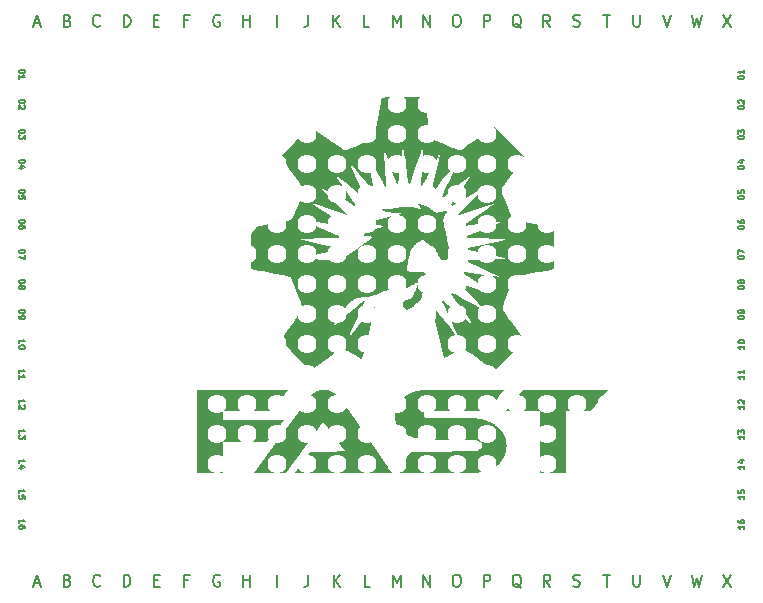
<source format=gbr>
%TF.GenerationSoftware,KiCad,Pcbnew,9.0.1*%
%TF.CreationDate,2025-05-06T23:50:29-04:00*%
%TF.ProjectId,classic-protoboard_18x24,636c6173-7369-4632-9d70-726f746f626f,rev?*%
%TF.SameCoordinates,Original*%
%TF.FileFunction,Legend,Top*%
%TF.FilePolarity,Positive*%
%FSLAX46Y46*%
G04 Gerber Fmt 4.6, Leading zero omitted, Abs format (unit mm)*
G04 Created by KiCad (PCBNEW 9.0.1) date 2025-05-06 23:50:29*
%MOMM*%
%LPD*%
G01*
G04 APERTURE LIST*
%ADD10C,0.150000*%
%ADD11C,0.127000*%
%ADD12C,0.000000*%
%ADD13O,3.148000X1.624000*%
%ADD14C,2.300000*%
%ADD15C,1.624000*%
G04 APERTURE END LIST*
D10*
X133968095Y-73759819D02*
X133968095Y-72759819D01*
X134539523Y-73759819D02*
X134110952Y-73188390D01*
X134539523Y-72759819D02*
X133968095Y-73331247D01*
X111481428Y-73241009D02*
X111624285Y-73288628D01*
X111624285Y-73288628D02*
X111671904Y-73336247D01*
X111671904Y-73336247D02*
X111719523Y-73431485D01*
X111719523Y-73431485D02*
X111719523Y-73574342D01*
X111719523Y-73574342D02*
X111671904Y-73669580D01*
X111671904Y-73669580D02*
X111624285Y-73717200D01*
X111624285Y-73717200D02*
X111529047Y-73764819D01*
X111529047Y-73764819D02*
X111148095Y-73764819D01*
X111148095Y-73764819D02*
X111148095Y-72764819D01*
X111148095Y-72764819D02*
X111481428Y-72764819D01*
X111481428Y-72764819D02*
X111576666Y-72812438D01*
X111576666Y-72812438D02*
X111624285Y-72860057D01*
X111624285Y-72860057D02*
X111671904Y-72955295D01*
X111671904Y-72955295D02*
X111671904Y-73050533D01*
X111671904Y-73050533D02*
X111624285Y-73145771D01*
X111624285Y-73145771D02*
X111576666Y-73193390D01*
X111576666Y-73193390D02*
X111481428Y-73241009D01*
X111481428Y-73241009D02*
X111148095Y-73241009D01*
X124371904Y-120218438D02*
X124276666Y-120170819D01*
X124276666Y-120170819D02*
X124133809Y-120170819D01*
X124133809Y-120170819D02*
X123990952Y-120218438D01*
X123990952Y-120218438D02*
X123895714Y-120313676D01*
X123895714Y-120313676D02*
X123848095Y-120408914D01*
X123848095Y-120408914D02*
X123800476Y-120599390D01*
X123800476Y-120599390D02*
X123800476Y-120742247D01*
X123800476Y-120742247D02*
X123848095Y-120932723D01*
X123848095Y-120932723D02*
X123895714Y-121027961D01*
X123895714Y-121027961D02*
X123990952Y-121123200D01*
X123990952Y-121123200D02*
X124133809Y-121170819D01*
X124133809Y-121170819D02*
X124229047Y-121170819D01*
X124229047Y-121170819D02*
X124371904Y-121123200D01*
X124371904Y-121123200D02*
X124419523Y-121075580D01*
X124419523Y-121075580D02*
X124419523Y-120742247D01*
X124419523Y-120742247D02*
X124229047Y-120742247D01*
D11*
X107874593Y-97846904D02*
X107874593Y-97895285D01*
X107874593Y-97895285D02*
X107850403Y-97943666D01*
X107850403Y-97943666D02*
X107826212Y-97967856D01*
X107826212Y-97967856D02*
X107777831Y-97992047D01*
X107777831Y-97992047D02*
X107681069Y-98016237D01*
X107681069Y-98016237D02*
X107560117Y-98016237D01*
X107560117Y-98016237D02*
X107463355Y-97992047D01*
X107463355Y-97992047D02*
X107414974Y-97967856D01*
X107414974Y-97967856D02*
X107390784Y-97943666D01*
X107390784Y-97943666D02*
X107366593Y-97895285D01*
X107366593Y-97895285D02*
X107366593Y-97846904D01*
X107366593Y-97846904D02*
X107390784Y-97798523D01*
X107390784Y-97798523D02*
X107414974Y-97774332D01*
X107414974Y-97774332D02*
X107463355Y-97750142D01*
X107463355Y-97750142D02*
X107560117Y-97725951D01*
X107560117Y-97725951D02*
X107681069Y-97725951D01*
X107681069Y-97725951D02*
X107777831Y-97750142D01*
X107777831Y-97750142D02*
X107826212Y-97774332D01*
X107826212Y-97774332D02*
X107850403Y-97798523D01*
X107850403Y-97798523D02*
X107874593Y-97846904D01*
X107366593Y-98258142D02*
X107366593Y-98354904D01*
X107366593Y-98354904D02*
X107390784Y-98403285D01*
X107390784Y-98403285D02*
X107414974Y-98427476D01*
X107414974Y-98427476D02*
X107487545Y-98475857D01*
X107487545Y-98475857D02*
X107584307Y-98500047D01*
X107584307Y-98500047D02*
X107777831Y-98500047D01*
X107777831Y-98500047D02*
X107826212Y-98475857D01*
X107826212Y-98475857D02*
X107850403Y-98451666D01*
X107850403Y-98451666D02*
X107874593Y-98403285D01*
X107874593Y-98403285D02*
X107874593Y-98306523D01*
X107874593Y-98306523D02*
X107850403Y-98258142D01*
X107850403Y-98258142D02*
X107826212Y-98233952D01*
X107826212Y-98233952D02*
X107777831Y-98209761D01*
X107777831Y-98209761D02*
X107656879Y-98209761D01*
X107656879Y-98209761D02*
X107608498Y-98233952D01*
X107608498Y-98233952D02*
X107584307Y-98258142D01*
X107584307Y-98258142D02*
X107560117Y-98306523D01*
X107560117Y-98306523D02*
X107560117Y-98403285D01*
X107560117Y-98403285D02*
X107584307Y-98451666D01*
X107584307Y-98451666D02*
X107608498Y-98475857D01*
X107608498Y-98475857D02*
X107656879Y-98500047D01*
D10*
X152359523Y-121170819D02*
X152026190Y-120694628D01*
X151788095Y-121170819D02*
X151788095Y-120170819D01*
X151788095Y-120170819D02*
X152169047Y-120170819D01*
X152169047Y-120170819D02*
X152264285Y-120218438D01*
X152264285Y-120218438D02*
X152311904Y-120266057D01*
X152311904Y-120266057D02*
X152359523Y-120361295D01*
X152359523Y-120361295D02*
X152359523Y-120504152D01*
X152359523Y-120504152D02*
X152311904Y-120599390D01*
X152311904Y-120599390D02*
X152264285Y-120647009D01*
X152264285Y-120647009D02*
X152169047Y-120694628D01*
X152169047Y-120694628D02*
X151788095Y-120694628D01*
X108631905Y-73474104D02*
X109108095Y-73474104D01*
X108536667Y-73759819D02*
X108870000Y-72759819D01*
X108870000Y-72759819D02*
X109203333Y-73759819D01*
X121712857Y-120647009D02*
X121379524Y-120647009D01*
X121379524Y-121170819D02*
X121379524Y-120170819D01*
X121379524Y-120170819D02*
X121855714Y-120170819D01*
D11*
X168783406Y-100761762D02*
X168783406Y-101052048D01*
X168783406Y-100906905D02*
X168275406Y-100906905D01*
X168275406Y-100906905D02*
X168347977Y-100955286D01*
X168347977Y-100955286D02*
X168396358Y-101003667D01*
X168396358Y-101003667D02*
X168420549Y-101052048D01*
X168275406Y-100447285D02*
X168275406Y-100398904D01*
X168275406Y-100398904D02*
X168299596Y-100350523D01*
X168299596Y-100350523D02*
X168323787Y-100326333D01*
X168323787Y-100326333D02*
X168372168Y-100302142D01*
X168372168Y-100302142D02*
X168468930Y-100277952D01*
X168468930Y-100277952D02*
X168589882Y-100277952D01*
X168589882Y-100277952D02*
X168686644Y-100302142D01*
X168686644Y-100302142D02*
X168735025Y-100326333D01*
X168735025Y-100326333D02*
X168759216Y-100350523D01*
X168759216Y-100350523D02*
X168783406Y-100398904D01*
X168783406Y-100398904D02*
X168783406Y-100447285D01*
X168783406Y-100447285D02*
X168759216Y-100495666D01*
X168759216Y-100495666D02*
X168735025Y-100519857D01*
X168735025Y-100519857D02*
X168686644Y-100544047D01*
X168686644Y-100544047D02*
X168589882Y-100568238D01*
X168589882Y-100568238D02*
X168468930Y-100568238D01*
X168468930Y-100568238D02*
X168372168Y-100544047D01*
X168372168Y-100544047D02*
X168323787Y-100519857D01*
X168323787Y-100519857D02*
X168299596Y-100495666D01*
X168299596Y-100495666D02*
X168275406Y-100447285D01*
D10*
X144334762Y-72759819D02*
X144525238Y-72759819D01*
X144525238Y-72759819D02*
X144620476Y-72807438D01*
X144620476Y-72807438D02*
X144715714Y-72902676D01*
X144715714Y-72902676D02*
X144763333Y-73093152D01*
X144763333Y-73093152D02*
X144763333Y-73426485D01*
X144763333Y-73426485D02*
X144715714Y-73616961D01*
X144715714Y-73616961D02*
X144620476Y-73712200D01*
X144620476Y-73712200D02*
X144525238Y-73759819D01*
X144525238Y-73759819D02*
X144334762Y-73759819D01*
X144334762Y-73759819D02*
X144239524Y-73712200D01*
X144239524Y-73712200D02*
X144144286Y-73616961D01*
X144144286Y-73616961D02*
X144096667Y-73426485D01*
X144096667Y-73426485D02*
X144096667Y-73093152D01*
X144096667Y-73093152D02*
X144144286Y-72902676D01*
X144144286Y-72902676D02*
X144239524Y-72807438D01*
X144239524Y-72807438D02*
X144334762Y-72759819D01*
D11*
X107366593Y-103096237D02*
X107366593Y-102805951D01*
X107366593Y-102951094D02*
X107874593Y-102951094D01*
X107874593Y-102951094D02*
X107802022Y-102902713D01*
X107802022Y-102902713D02*
X107753641Y-102854332D01*
X107753641Y-102854332D02*
X107729450Y-102805951D01*
X107366593Y-103580047D02*
X107366593Y-103289761D01*
X107366593Y-103434904D02*
X107874593Y-103434904D01*
X107874593Y-103434904D02*
X107802022Y-103386523D01*
X107802022Y-103386523D02*
X107753641Y-103338142D01*
X107753641Y-103338142D02*
X107729450Y-103289761D01*
X107874593Y-82606904D02*
X107874593Y-82655285D01*
X107874593Y-82655285D02*
X107850403Y-82703666D01*
X107850403Y-82703666D02*
X107826212Y-82727856D01*
X107826212Y-82727856D02*
X107777831Y-82752047D01*
X107777831Y-82752047D02*
X107681069Y-82776237D01*
X107681069Y-82776237D02*
X107560117Y-82776237D01*
X107560117Y-82776237D02*
X107463355Y-82752047D01*
X107463355Y-82752047D02*
X107414974Y-82727856D01*
X107414974Y-82727856D02*
X107390784Y-82703666D01*
X107390784Y-82703666D02*
X107366593Y-82655285D01*
X107366593Y-82655285D02*
X107366593Y-82606904D01*
X107366593Y-82606904D02*
X107390784Y-82558523D01*
X107390784Y-82558523D02*
X107414974Y-82534332D01*
X107414974Y-82534332D02*
X107463355Y-82510142D01*
X107463355Y-82510142D02*
X107560117Y-82485951D01*
X107560117Y-82485951D02*
X107681069Y-82485951D01*
X107681069Y-82485951D02*
X107777831Y-82510142D01*
X107777831Y-82510142D02*
X107826212Y-82534332D01*
X107826212Y-82534332D02*
X107850403Y-82558523D01*
X107850403Y-82558523D02*
X107874593Y-82606904D01*
X107874593Y-82945571D02*
X107874593Y-83260047D01*
X107874593Y-83260047D02*
X107681069Y-83090714D01*
X107681069Y-83090714D02*
X107681069Y-83163285D01*
X107681069Y-83163285D02*
X107656879Y-83211666D01*
X107656879Y-83211666D02*
X107632688Y-83235857D01*
X107632688Y-83235857D02*
X107584307Y-83260047D01*
X107584307Y-83260047D02*
X107463355Y-83260047D01*
X107463355Y-83260047D02*
X107414974Y-83235857D01*
X107414974Y-83235857D02*
X107390784Y-83211666D01*
X107390784Y-83211666D02*
X107366593Y-83163285D01*
X107366593Y-83163285D02*
X107366593Y-83018142D01*
X107366593Y-83018142D02*
X107390784Y-82969761D01*
X107390784Y-82969761D02*
X107414974Y-82945571D01*
D10*
X126364286Y-121170819D02*
X126364286Y-120170819D01*
X126364286Y-120647009D02*
X126935714Y-120647009D01*
X126935714Y-121170819D02*
X126935714Y-120170819D01*
X118815714Y-120647009D02*
X119149047Y-120647009D01*
X119291904Y-121170819D02*
X118815714Y-121170819D01*
X118815714Y-121170819D02*
X118815714Y-120170819D01*
X118815714Y-120170819D02*
X119291904Y-120170819D01*
D11*
X168275406Y-95851095D02*
X168275406Y-95802714D01*
X168275406Y-95802714D02*
X168299596Y-95754333D01*
X168299596Y-95754333D02*
X168323787Y-95730143D01*
X168323787Y-95730143D02*
X168372168Y-95705952D01*
X168372168Y-95705952D02*
X168468930Y-95681762D01*
X168468930Y-95681762D02*
X168589882Y-95681762D01*
X168589882Y-95681762D02*
X168686644Y-95705952D01*
X168686644Y-95705952D02*
X168735025Y-95730143D01*
X168735025Y-95730143D02*
X168759216Y-95754333D01*
X168759216Y-95754333D02*
X168783406Y-95802714D01*
X168783406Y-95802714D02*
X168783406Y-95851095D01*
X168783406Y-95851095D02*
X168759216Y-95899476D01*
X168759216Y-95899476D02*
X168735025Y-95923667D01*
X168735025Y-95923667D02*
X168686644Y-95947857D01*
X168686644Y-95947857D02*
X168589882Y-95972048D01*
X168589882Y-95972048D02*
X168468930Y-95972048D01*
X168468930Y-95972048D02*
X168372168Y-95947857D01*
X168372168Y-95947857D02*
X168323787Y-95923667D01*
X168323787Y-95923667D02*
X168299596Y-95899476D01*
X168299596Y-95899476D02*
X168275406Y-95851095D01*
X168493120Y-95391476D02*
X168468930Y-95439857D01*
X168468930Y-95439857D02*
X168444739Y-95464047D01*
X168444739Y-95464047D02*
X168396358Y-95488238D01*
X168396358Y-95488238D02*
X168372168Y-95488238D01*
X168372168Y-95488238D02*
X168323787Y-95464047D01*
X168323787Y-95464047D02*
X168299596Y-95439857D01*
X168299596Y-95439857D02*
X168275406Y-95391476D01*
X168275406Y-95391476D02*
X168275406Y-95294714D01*
X168275406Y-95294714D02*
X168299596Y-95246333D01*
X168299596Y-95246333D02*
X168323787Y-95222142D01*
X168323787Y-95222142D02*
X168372168Y-95197952D01*
X168372168Y-95197952D02*
X168396358Y-95197952D01*
X168396358Y-95197952D02*
X168444739Y-95222142D01*
X168444739Y-95222142D02*
X168468930Y-95246333D01*
X168468930Y-95246333D02*
X168493120Y-95294714D01*
X168493120Y-95294714D02*
X168493120Y-95391476D01*
X168493120Y-95391476D02*
X168517311Y-95439857D01*
X168517311Y-95439857D02*
X168541501Y-95464047D01*
X168541501Y-95464047D02*
X168589882Y-95488238D01*
X168589882Y-95488238D02*
X168686644Y-95488238D01*
X168686644Y-95488238D02*
X168735025Y-95464047D01*
X168735025Y-95464047D02*
X168759216Y-95439857D01*
X168759216Y-95439857D02*
X168783406Y-95391476D01*
X168783406Y-95391476D02*
X168783406Y-95294714D01*
X168783406Y-95294714D02*
X168759216Y-95246333D01*
X168759216Y-95246333D02*
X168735025Y-95222142D01*
X168735025Y-95222142D02*
X168686644Y-95197952D01*
X168686644Y-95197952D02*
X168589882Y-95197952D01*
X168589882Y-95197952D02*
X168541501Y-95222142D01*
X168541501Y-95222142D02*
X168517311Y-95246333D01*
X168517311Y-95246333D02*
X168493120Y-95294714D01*
X168783406Y-103301762D02*
X168783406Y-103592048D01*
X168783406Y-103446905D02*
X168275406Y-103446905D01*
X168275406Y-103446905D02*
X168347977Y-103495286D01*
X168347977Y-103495286D02*
X168396358Y-103543667D01*
X168396358Y-103543667D02*
X168420549Y-103592048D01*
X168783406Y-102817952D02*
X168783406Y-103108238D01*
X168783406Y-102963095D02*
X168275406Y-102963095D01*
X168275406Y-102963095D02*
X168347977Y-103011476D01*
X168347977Y-103011476D02*
X168396358Y-103059857D01*
X168396358Y-103059857D02*
X168420549Y-103108238D01*
X168275406Y-80611095D02*
X168275406Y-80562714D01*
X168275406Y-80562714D02*
X168299596Y-80514333D01*
X168299596Y-80514333D02*
X168323787Y-80490143D01*
X168323787Y-80490143D02*
X168372168Y-80465952D01*
X168372168Y-80465952D02*
X168468930Y-80441762D01*
X168468930Y-80441762D02*
X168589882Y-80441762D01*
X168589882Y-80441762D02*
X168686644Y-80465952D01*
X168686644Y-80465952D02*
X168735025Y-80490143D01*
X168735025Y-80490143D02*
X168759216Y-80514333D01*
X168759216Y-80514333D02*
X168783406Y-80562714D01*
X168783406Y-80562714D02*
X168783406Y-80611095D01*
X168783406Y-80611095D02*
X168759216Y-80659476D01*
X168759216Y-80659476D02*
X168735025Y-80683667D01*
X168735025Y-80683667D02*
X168686644Y-80707857D01*
X168686644Y-80707857D02*
X168589882Y-80732048D01*
X168589882Y-80732048D02*
X168468930Y-80732048D01*
X168468930Y-80732048D02*
X168372168Y-80707857D01*
X168372168Y-80707857D02*
X168323787Y-80683667D01*
X168323787Y-80683667D02*
X168299596Y-80659476D01*
X168299596Y-80659476D02*
X168275406Y-80611095D01*
X168323787Y-80248238D02*
X168299596Y-80224047D01*
X168299596Y-80224047D02*
X168275406Y-80175666D01*
X168275406Y-80175666D02*
X168275406Y-80054714D01*
X168275406Y-80054714D02*
X168299596Y-80006333D01*
X168299596Y-80006333D02*
X168323787Y-79982142D01*
X168323787Y-79982142D02*
X168372168Y-79957952D01*
X168372168Y-79957952D02*
X168420549Y-79957952D01*
X168420549Y-79957952D02*
X168493120Y-79982142D01*
X168493120Y-79982142D02*
X168783406Y-80272428D01*
X168783406Y-80272428D02*
X168783406Y-79957952D01*
X168275406Y-93311095D02*
X168275406Y-93262714D01*
X168275406Y-93262714D02*
X168299596Y-93214333D01*
X168299596Y-93214333D02*
X168323787Y-93190143D01*
X168323787Y-93190143D02*
X168372168Y-93165952D01*
X168372168Y-93165952D02*
X168468930Y-93141762D01*
X168468930Y-93141762D02*
X168589882Y-93141762D01*
X168589882Y-93141762D02*
X168686644Y-93165952D01*
X168686644Y-93165952D02*
X168735025Y-93190143D01*
X168735025Y-93190143D02*
X168759216Y-93214333D01*
X168759216Y-93214333D02*
X168783406Y-93262714D01*
X168783406Y-93262714D02*
X168783406Y-93311095D01*
X168783406Y-93311095D02*
X168759216Y-93359476D01*
X168759216Y-93359476D02*
X168735025Y-93383667D01*
X168735025Y-93383667D02*
X168686644Y-93407857D01*
X168686644Y-93407857D02*
X168589882Y-93432048D01*
X168589882Y-93432048D02*
X168468930Y-93432048D01*
X168468930Y-93432048D02*
X168372168Y-93407857D01*
X168372168Y-93407857D02*
X168323787Y-93383667D01*
X168323787Y-93383667D02*
X168299596Y-93359476D01*
X168299596Y-93359476D02*
X168275406Y-93311095D01*
X168275406Y-92972428D02*
X168275406Y-92633761D01*
X168275406Y-92633761D02*
X168783406Y-92851476D01*
D10*
X156844286Y-72759819D02*
X157415714Y-72759819D01*
X157130000Y-73759819D02*
X157130000Y-72759819D01*
X124366904Y-72807438D02*
X124271666Y-72759819D01*
X124271666Y-72759819D02*
X124128809Y-72759819D01*
X124128809Y-72759819D02*
X123985952Y-72807438D01*
X123985952Y-72807438D02*
X123890714Y-72902676D01*
X123890714Y-72902676D02*
X123843095Y-72997914D01*
X123843095Y-72997914D02*
X123795476Y-73188390D01*
X123795476Y-73188390D02*
X123795476Y-73331247D01*
X123795476Y-73331247D02*
X123843095Y-73521723D01*
X123843095Y-73521723D02*
X123890714Y-73616961D01*
X123890714Y-73616961D02*
X123985952Y-73712200D01*
X123985952Y-73712200D02*
X124128809Y-73759819D01*
X124128809Y-73759819D02*
X124224047Y-73759819D01*
X124224047Y-73759819D02*
X124366904Y-73712200D01*
X124366904Y-73712200D02*
X124414523Y-73664580D01*
X124414523Y-73664580D02*
X124414523Y-73331247D01*
X124414523Y-73331247D02*
X124224047Y-73331247D01*
X108631905Y-120885104D02*
X109108095Y-120885104D01*
X108536667Y-121170819D02*
X108870000Y-120170819D01*
X108870000Y-120170819D02*
X109203333Y-121170819D01*
D11*
X168275406Y-85691095D02*
X168275406Y-85642714D01*
X168275406Y-85642714D02*
X168299596Y-85594333D01*
X168299596Y-85594333D02*
X168323787Y-85570143D01*
X168323787Y-85570143D02*
X168372168Y-85545952D01*
X168372168Y-85545952D02*
X168468930Y-85521762D01*
X168468930Y-85521762D02*
X168589882Y-85521762D01*
X168589882Y-85521762D02*
X168686644Y-85545952D01*
X168686644Y-85545952D02*
X168735025Y-85570143D01*
X168735025Y-85570143D02*
X168759216Y-85594333D01*
X168759216Y-85594333D02*
X168783406Y-85642714D01*
X168783406Y-85642714D02*
X168783406Y-85691095D01*
X168783406Y-85691095D02*
X168759216Y-85739476D01*
X168759216Y-85739476D02*
X168735025Y-85763667D01*
X168735025Y-85763667D02*
X168686644Y-85787857D01*
X168686644Y-85787857D02*
X168589882Y-85812048D01*
X168589882Y-85812048D02*
X168468930Y-85812048D01*
X168468930Y-85812048D02*
X168372168Y-85787857D01*
X168372168Y-85787857D02*
X168323787Y-85763667D01*
X168323787Y-85763667D02*
X168299596Y-85739476D01*
X168299596Y-85739476D02*
X168275406Y-85691095D01*
X168444739Y-85086333D02*
X168783406Y-85086333D01*
X168251216Y-85207285D02*
X168614073Y-85328238D01*
X168614073Y-85328238D02*
X168614073Y-85013761D01*
D10*
X129190000Y-73759819D02*
X129190000Y-72759819D01*
X149890952Y-121266057D02*
X149795714Y-121218438D01*
X149795714Y-121218438D02*
X149700476Y-121123200D01*
X149700476Y-121123200D02*
X149557619Y-120980342D01*
X149557619Y-120980342D02*
X149462381Y-120932723D01*
X149462381Y-120932723D02*
X149367143Y-120932723D01*
X149414762Y-121170819D02*
X149319524Y-121123200D01*
X149319524Y-121123200D02*
X149224286Y-121027961D01*
X149224286Y-121027961D02*
X149176667Y-120837485D01*
X149176667Y-120837485D02*
X149176667Y-120504152D01*
X149176667Y-120504152D02*
X149224286Y-120313676D01*
X149224286Y-120313676D02*
X149319524Y-120218438D01*
X149319524Y-120218438D02*
X149414762Y-120170819D01*
X149414762Y-120170819D02*
X149605238Y-120170819D01*
X149605238Y-120170819D02*
X149700476Y-120218438D01*
X149700476Y-120218438D02*
X149795714Y-120313676D01*
X149795714Y-120313676D02*
X149843333Y-120504152D01*
X149843333Y-120504152D02*
X149843333Y-120837485D01*
X149843333Y-120837485D02*
X149795714Y-121027961D01*
X149795714Y-121027961D02*
X149700476Y-121123200D01*
X149700476Y-121123200D02*
X149605238Y-121170819D01*
X149605238Y-121170819D02*
X149414762Y-121170819D01*
X154294286Y-73712200D02*
X154437143Y-73759819D01*
X154437143Y-73759819D02*
X154675238Y-73759819D01*
X154675238Y-73759819D02*
X154770476Y-73712200D01*
X154770476Y-73712200D02*
X154818095Y-73664580D01*
X154818095Y-73664580D02*
X154865714Y-73569342D01*
X154865714Y-73569342D02*
X154865714Y-73474104D01*
X154865714Y-73474104D02*
X154818095Y-73378866D01*
X154818095Y-73378866D02*
X154770476Y-73331247D01*
X154770476Y-73331247D02*
X154675238Y-73283628D01*
X154675238Y-73283628D02*
X154484762Y-73236009D01*
X154484762Y-73236009D02*
X154389524Y-73188390D01*
X154389524Y-73188390D02*
X154341905Y-73140771D01*
X154341905Y-73140771D02*
X154294286Y-73045533D01*
X154294286Y-73045533D02*
X154294286Y-72950295D01*
X154294286Y-72950295D02*
X154341905Y-72855057D01*
X154341905Y-72855057D02*
X154389524Y-72807438D01*
X154389524Y-72807438D02*
X154484762Y-72759819D01*
X154484762Y-72759819D02*
X154722857Y-72759819D01*
X154722857Y-72759819D02*
X154865714Y-72807438D01*
D11*
X107874593Y-77526904D02*
X107874593Y-77575285D01*
X107874593Y-77575285D02*
X107850403Y-77623666D01*
X107850403Y-77623666D02*
X107826212Y-77647856D01*
X107826212Y-77647856D02*
X107777831Y-77672047D01*
X107777831Y-77672047D02*
X107681069Y-77696237D01*
X107681069Y-77696237D02*
X107560117Y-77696237D01*
X107560117Y-77696237D02*
X107463355Y-77672047D01*
X107463355Y-77672047D02*
X107414974Y-77647856D01*
X107414974Y-77647856D02*
X107390784Y-77623666D01*
X107390784Y-77623666D02*
X107366593Y-77575285D01*
X107366593Y-77575285D02*
X107366593Y-77526904D01*
X107366593Y-77526904D02*
X107390784Y-77478523D01*
X107390784Y-77478523D02*
X107414974Y-77454332D01*
X107414974Y-77454332D02*
X107463355Y-77430142D01*
X107463355Y-77430142D02*
X107560117Y-77405951D01*
X107560117Y-77405951D02*
X107681069Y-77405951D01*
X107681069Y-77405951D02*
X107777831Y-77430142D01*
X107777831Y-77430142D02*
X107826212Y-77454332D01*
X107826212Y-77454332D02*
X107850403Y-77478523D01*
X107850403Y-77478523D02*
X107874593Y-77526904D01*
X107366593Y-78180047D02*
X107366593Y-77889761D01*
X107366593Y-78034904D02*
X107874593Y-78034904D01*
X107874593Y-78034904D02*
X107802022Y-77986523D01*
X107802022Y-77986523D02*
X107753641Y-77938142D01*
X107753641Y-77938142D02*
X107729450Y-77889761D01*
D10*
X114259523Y-121075580D02*
X114211904Y-121123200D01*
X114211904Y-121123200D02*
X114069047Y-121170819D01*
X114069047Y-121170819D02*
X113973809Y-121170819D01*
X113973809Y-121170819D02*
X113830952Y-121123200D01*
X113830952Y-121123200D02*
X113735714Y-121027961D01*
X113735714Y-121027961D02*
X113688095Y-120932723D01*
X113688095Y-120932723D02*
X113640476Y-120742247D01*
X113640476Y-120742247D02*
X113640476Y-120599390D01*
X113640476Y-120599390D02*
X113688095Y-120408914D01*
X113688095Y-120408914D02*
X113735714Y-120313676D01*
X113735714Y-120313676D02*
X113830952Y-120218438D01*
X113830952Y-120218438D02*
X113973809Y-120170819D01*
X113973809Y-120170819D02*
X114069047Y-120170819D01*
X114069047Y-120170819D02*
X114211904Y-120218438D01*
X114211904Y-120218438D02*
X114259523Y-120266057D01*
D11*
X107366593Y-105636237D02*
X107366593Y-105345951D01*
X107366593Y-105491094D02*
X107874593Y-105491094D01*
X107874593Y-105491094D02*
X107802022Y-105442713D01*
X107802022Y-105442713D02*
X107753641Y-105394332D01*
X107753641Y-105394332D02*
X107729450Y-105345951D01*
X107826212Y-105829761D02*
X107850403Y-105853952D01*
X107850403Y-105853952D02*
X107874593Y-105902333D01*
X107874593Y-105902333D02*
X107874593Y-106023285D01*
X107874593Y-106023285D02*
X107850403Y-106071666D01*
X107850403Y-106071666D02*
X107826212Y-106095857D01*
X107826212Y-106095857D02*
X107777831Y-106120047D01*
X107777831Y-106120047D02*
X107729450Y-106120047D01*
X107729450Y-106120047D02*
X107656879Y-106095857D01*
X107656879Y-106095857D02*
X107366593Y-105805571D01*
X107366593Y-105805571D02*
X107366593Y-106120047D01*
D10*
X116243095Y-73784819D02*
X116243095Y-72784819D01*
X116243095Y-72784819D02*
X116481190Y-72784819D01*
X116481190Y-72784819D02*
X116624047Y-72832438D01*
X116624047Y-72832438D02*
X116719285Y-72927676D01*
X116719285Y-72927676D02*
X116766904Y-73022914D01*
X116766904Y-73022914D02*
X116814523Y-73213390D01*
X116814523Y-73213390D02*
X116814523Y-73356247D01*
X116814523Y-73356247D02*
X116766904Y-73546723D01*
X116766904Y-73546723D02*
X116719285Y-73641961D01*
X116719285Y-73641961D02*
X116624047Y-73737200D01*
X116624047Y-73737200D02*
X116481190Y-73784819D01*
X116481190Y-73784819D02*
X116243095Y-73784819D01*
X139021667Y-73759819D02*
X139021667Y-72759819D01*
X139021667Y-72759819D02*
X139355000Y-73474104D01*
X139355000Y-73474104D02*
X139688333Y-72759819D01*
X139688333Y-72759819D02*
X139688333Y-73759819D01*
X137039523Y-73759819D02*
X136563333Y-73759819D01*
X136563333Y-73759819D02*
X136563333Y-72759819D01*
D11*
X168275406Y-90771095D02*
X168275406Y-90722714D01*
X168275406Y-90722714D02*
X168299596Y-90674333D01*
X168299596Y-90674333D02*
X168323787Y-90650143D01*
X168323787Y-90650143D02*
X168372168Y-90625952D01*
X168372168Y-90625952D02*
X168468930Y-90601762D01*
X168468930Y-90601762D02*
X168589882Y-90601762D01*
X168589882Y-90601762D02*
X168686644Y-90625952D01*
X168686644Y-90625952D02*
X168735025Y-90650143D01*
X168735025Y-90650143D02*
X168759216Y-90674333D01*
X168759216Y-90674333D02*
X168783406Y-90722714D01*
X168783406Y-90722714D02*
X168783406Y-90771095D01*
X168783406Y-90771095D02*
X168759216Y-90819476D01*
X168759216Y-90819476D02*
X168735025Y-90843667D01*
X168735025Y-90843667D02*
X168686644Y-90867857D01*
X168686644Y-90867857D02*
X168589882Y-90892048D01*
X168589882Y-90892048D02*
X168468930Y-90892048D01*
X168468930Y-90892048D02*
X168372168Y-90867857D01*
X168372168Y-90867857D02*
X168323787Y-90843667D01*
X168323787Y-90843667D02*
X168299596Y-90819476D01*
X168299596Y-90819476D02*
X168275406Y-90771095D01*
X168275406Y-90166333D02*
X168275406Y-90263095D01*
X168275406Y-90263095D02*
X168299596Y-90311476D01*
X168299596Y-90311476D02*
X168323787Y-90335666D01*
X168323787Y-90335666D02*
X168396358Y-90384047D01*
X168396358Y-90384047D02*
X168493120Y-90408238D01*
X168493120Y-90408238D02*
X168686644Y-90408238D01*
X168686644Y-90408238D02*
X168735025Y-90384047D01*
X168735025Y-90384047D02*
X168759216Y-90359857D01*
X168759216Y-90359857D02*
X168783406Y-90311476D01*
X168783406Y-90311476D02*
X168783406Y-90214714D01*
X168783406Y-90214714D02*
X168759216Y-90166333D01*
X168759216Y-90166333D02*
X168735025Y-90142142D01*
X168735025Y-90142142D02*
X168686644Y-90117952D01*
X168686644Y-90117952D02*
X168565692Y-90117952D01*
X168565692Y-90117952D02*
X168517311Y-90142142D01*
X168517311Y-90142142D02*
X168493120Y-90166333D01*
X168493120Y-90166333D02*
X168468930Y-90214714D01*
X168468930Y-90214714D02*
X168468930Y-90311476D01*
X168468930Y-90311476D02*
X168493120Y-90359857D01*
X168493120Y-90359857D02*
X168517311Y-90384047D01*
X168517311Y-90384047D02*
X168565692Y-90408238D01*
D10*
X134008095Y-121170819D02*
X134008095Y-120170819D01*
X134579523Y-121170819D02*
X134150952Y-120599390D01*
X134579523Y-120170819D02*
X134008095Y-120742247D01*
X141604286Y-121170819D02*
X141604286Y-120170819D01*
X141604286Y-120170819D02*
X142175714Y-121170819D01*
X142175714Y-121170819D02*
X142175714Y-120170819D01*
D11*
X107874593Y-92766904D02*
X107874593Y-92815285D01*
X107874593Y-92815285D02*
X107850403Y-92863666D01*
X107850403Y-92863666D02*
X107826212Y-92887856D01*
X107826212Y-92887856D02*
X107777831Y-92912047D01*
X107777831Y-92912047D02*
X107681069Y-92936237D01*
X107681069Y-92936237D02*
X107560117Y-92936237D01*
X107560117Y-92936237D02*
X107463355Y-92912047D01*
X107463355Y-92912047D02*
X107414974Y-92887856D01*
X107414974Y-92887856D02*
X107390784Y-92863666D01*
X107390784Y-92863666D02*
X107366593Y-92815285D01*
X107366593Y-92815285D02*
X107366593Y-92766904D01*
X107366593Y-92766904D02*
X107390784Y-92718523D01*
X107390784Y-92718523D02*
X107414974Y-92694332D01*
X107414974Y-92694332D02*
X107463355Y-92670142D01*
X107463355Y-92670142D02*
X107560117Y-92645951D01*
X107560117Y-92645951D02*
X107681069Y-92645951D01*
X107681069Y-92645951D02*
X107777831Y-92670142D01*
X107777831Y-92670142D02*
X107826212Y-92694332D01*
X107826212Y-92694332D02*
X107850403Y-92718523D01*
X107850403Y-92718523D02*
X107874593Y-92766904D01*
X107874593Y-93105571D02*
X107874593Y-93444238D01*
X107874593Y-93444238D02*
X107366593Y-93226523D01*
D10*
X121712857Y-73236009D02*
X121379524Y-73236009D01*
X121379524Y-73759819D02*
X121379524Y-72759819D01*
X121379524Y-72759819D02*
X121855714Y-72759819D01*
X131872857Y-120170819D02*
X131872857Y-120885104D01*
X131872857Y-120885104D02*
X131825238Y-121027961D01*
X131825238Y-121027961D02*
X131730000Y-121123200D01*
X131730000Y-121123200D02*
X131587143Y-121170819D01*
X131587143Y-121170819D02*
X131491905Y-121170819D01*
X129190000Y-121170819D02*
X129190000Y-120170819D01*
X159384286Y-72759819D02*
X159384286Y-73569342D01*
X159384286Y-73569342D02*
X159431905Y-73664580D01*
X159431905Y-73664580D02*
X159479524Y-73712200D01*
X159479524Y-73712200D02*
X159574762Y-73759819D01*
X159574762Y-73759819D02*
X159765238Y-73759819D01*
X159765238Y-73759819D02*
X159860476Y-73712200D01*
X159860476Y-73712200D02*
X159908095Y-73664580D01*
X159908095Y-73664580D02*
X159955714Y-73569342D01*
X159955714Y-73569342D02*
X159955714Y-72759819D01*
X161876667Y-72759819D02*
X162210000Y-73759819D01*
X162210000Y-73759819D02*
X162543333Y-72759819D01*
X164321429Y-72759819D02*
X164559524Y-73759819D01*
X164559524Y-73759819D02*
X164750000Y-73045533D01*
X164750000Y-73045533D02*
X164940476Y-73759819D01*
X164940476Y-73759819D02*
X165178572Y-72759819D01*
X166956667Y-72759819D02*
X167623333Y-73759819D01*
X167623333Y-72759819D02*
X166956667Y-73759819D01*
X159384286Y-120170819D02*
X159384286Y-120980342D01*
X159384286Y-120980342D02*
X159431905Y-121075580D01*
X159431905Y-121075580D02*
X159479524Y-121123200D01*
X159479524Y-121123200D02*
X159574762Y-121170819D01*
X159574762Y-121170819D02*
X159765238Y-121170819D01*
X159765238Y-121170819D02*
X159860476Y-121123200D01*
X159860476Y-121123200D02*
X159908095Y-121075580D01*
X159908095Y-121075580D02*
X159955714Y-120980342D01*
X159955714Y-120980342D02*
X159955714Y-120170819D01*
X161876667Y-120170819D02*
X162210000Y-121170819D01*
X162210000Y-121170819D02*
X162543333Y-120170819D01*
X164321429Y-120170819D02*
X164559524Y-121170819D01*
X164559524Y-121170819D02*
X164750000Y-120456533D01*
X164750000Y-120456533D02*
X164940476Y-121170819D01*
X164940476Y-121170819D02*
X165178572Y-120170819D01*
X166956667Y-120170819D02*
X167623333Y-121170819D01*
X167623333Y-120170819D02*
X166956667Y-121170819D01*
D11*
X168783406Y-110921762D02*
X168783406Y-111212048D01*
X168783406Y-111066905D02*
X168275406Y-111066905D01*
X168275406Y-111066905D02*
X168347977Y-111115286D01*
X168347977Y-111115286D02*
X168396358Y-111163667D01*
X168396358Y-111163667D02*
X168420549Y-111212048D01*
X168444739Y-110486333D02*
X168783406Y-110486333D01*
X168251216Y-110607285D02*
X168614073Y-110728238D01*
X168614073Y-110728238D02*
X168614073Y-110413761D01*
X168783406Y-113461762D02*
X168783406Y-113752048D01*
X168783406Y-113606905D02*
X168275406Y-113606905D01*
X168275406Y-113606905D02*
X168347977Y-113655286D01*
X168347977Y-113655286D02*
X168396358Y-113703667D01*
X168396358Y-113703667D02*
X168420549Y-113752048D01*
X168275406Y-113002142D02*
X168275406Y-113244047D01*
X168275406Y-113244047D02*
X168517311Y-113268238D01*
X168517311Y-113268238D02*
X168493120Y-113244047D01*
X168493120Y-113244047D02*
X168468930Y-113195666D01*
X168468930Y-113195666D02*
X168468930Y-113074714D01*
X168468930Y-113074714D02*
X168493120Y-113026333D01*
X168493120Y-113026333D02*
X168517311Y-113002142D01*
X168517311Y-113002142D02*
X168565692Y-112977952D01*
X168565692Y-112977952D02*
X168686644Y-112977952D01*
X168686644Y-112977952D02*
X168735025Y-113002142D01*
X168735025Y-113002142D02*
X168759216Y-113026333D01*
X168759216Y-113026333D02*
X168783406Y-113074714D01*
X168783406Y-113074714D02*
X168783406Y-113195666D01*
X168783406Y-113195666D02*
X168759216Y-113244047D01*
X168759216Y-113244047D02*
X168735025Y-113268238D01*
X168783406Y-108381762D02*
X168783406Y-108672048D01*
X168783406Y-108526905D02*
X168275406Y-108526905D01*
X168275406Y-108526905D02*
X168347977Y-108575286D01*
X168347977Y-108575286D02*
X168396358Y-108623667D01*
X168396358Y-108623667D02*
X168420549Y-108672048D01*
X168275406Y-108212428D02*
X168275406Y-107897952D01*
X168275406Y-107897952D02*
X168468930Y-108067285D01*
X168468930Y-108067285D02*
X168468930Y-107994714D01*
X168468930Y-107994714D02*
X168493120Y-107946333D01*
X168493120Y-107946333D02*
X168517311Y-107922142D01*
X168517311Y-107922142D02*
X168565692Y-107897952D01*
X168565692Y-107897952D02*
X168686644Y-107897952D01*
X168686644Y-107897952D02*
X168735025Y-107922142D01*
X168735025Y-107922142D02*
X168759216Y-107946333D01*
X168759216Y-107946333D02*
X168783406Y-107994714D01*
X168783406Y-107994714D02*
X168783406Y-108139857D01*
X168783406Y-108139857D02*
X168759216Y-108188238D01*
X168759216Y-108188238D02*
X168735025Y-108212428D01*
X168783406Y-116001762D02*
X168783406Y-116292048D01*
X168783406Y-116146905D02*
X168275406Y-116146905D01*
X168275406Y-116146905D02*
X168347977Y-116195286D01*
X168347977Y-116195286D02*
X168396358Y-116243667D01*
X168396358Y-116243667D02*
X168420549Y-116292048D01*
X168275406Y-115566333D02*
X168275406Y-115663095D01*
X168275406Y-115663095D02*
X168299596Y-115711476D01*
X168299596Y-115711476D02*
X168323787Y-115735666D01*
X168323787Y-115735666D02*
X168396358Y-115784047D01*
X168396358Y-115784047D02*
X168493120Y-115808238D01*
X168493120Y-115808238D02*
X168686644Y-115808238D01*
X168686644Y-115808238D02*
X168735025Y-115784047D01*
X168735025Y-115784047D02*
X168759216Y-115759857D01*
X168759216Y-115759857D02*
X168783406Y-115711476D01*
X168783406Y-115711476D02*
X168783406Y-115614714D01*
X168783406Y-115614714D02*
X168759216Y-115566333D01*
X168759216Y-115566333D02*
X168735025Y-115542142D01*
X168735025Y-115542142D02*
X168686644Y-115517952D01*
X168686644Y-115517952D02*
X168565692Y-115517952D01*
X168565692Y-115517952D02*
X168517311Y-115542142D01*
X168517311Y-115542142D02*
X168493120Y-115566333D01*
X168493120Y-115566333D02*
X168468930Y-115614714D01*
X168468930Y-115614714D02*
X168468930Y-115711476D01*
X168468930Y-115711476D02*
X168493120Y-115759857D01*
X168493120Y-115759857D02*
X168517311Y-115784047D01*
X168517311Y-115784047D02*
X168565692Y-115808238D01*
X107366593Y-113256237D02*
X107366593Y-112965951D01*
X107366593Y-113111094D02*
X107874593Y-113111094D01*
X107874593Y-113111094D02*
X107802022Y-113062713D01*
X107802022Y-113062713D02*
X107753641Y-113014332D01*
X107753641Y-113014332D02*
X107729450Y-112965951D01*
X107874593Y-113715857D02*
X107874593Y-113473952D01*
X107874593Y-113473952D02*
X107632688Y-113449761D01*
X107632688Y-113449761D02*
X107656879Y-113473952D01*
X107656879Y-113473952D02*
X107681069Y-113522333D01*
X107681069Y-113522333D02*
X107681069Y-113643285D01*
X107681069Y-113643285D02*
X107656879Y-113691666D01*
X107656879Y-113691666D02*
X107632688Y-113715857D01*
X107632688Y-113715857D02*
X107584307Y-113740047D01*
X107584307Y-113740047D02*
X107463355Y-113740047D01*
X107463355Y-113740047D02*
X107414974Y-113715857D01*
X107414974Y-113715857D02*
X107390784Y-113691666D01*
X107390784Y-113691666D02*
X107366593Y-113643285D01*
X107366593Y-113643285D02*
X107366593Y-113522333D01*
X107366593Y-113522333D02*
X107390784Y-113473952D01*
X107390784Y-113473952D02*
X107414974Y-113449761D01*
X107366593Y-115796237D02*
X107366593Y-115505951D01*
X107366593Y-115651094D02*
X107874593Y-115651094D01*
X107874593Y-115651094D02*
X107802022Y-115602713D01*
X107802022Y-115602713D02*
X107753641Y-115554332D01*
X107753641Y-115554332D02*
X107729450Y-115505951D01*
X107874593Y-116231666D02*
X107874593Y-116134904D01*
X107874593Y-116134904D02*
X107850403Y-116086523D01*
X107850403Y-116086523D02*
X107826212Y-116062333D01*
X107826212Y-116062333D02*
X107753641Y-116013952D01*
X107753641Y-116013952D02*
X107656879Y-115989761D01*
X107656879Y-115989761D02*
X107463355Y-115989761D01*
X107463355Y-115989761D02*
X107414974Y-116013952D01*
X107414974Y-116013952D02*
X107390784Y-116038142D01*
X107390784Y-116038142D02*
X107366593Y-116086523D01*
X107366593Y-116086523D02*
X107366593Y-116183285D01*
X107366593Y-116183285D02*
X107390784Y-116231666D01*
X107390784Y-116231666D02*
X107414974Y-116255857D01*
X107414974Y-116255857D02*
X107463355Y-116280047D01*
X107463355Y-116280047D02*
X107584307Y-116280047D01*
X107584307Y-116280047D02*
X107632688Y-116255857D01*
X107632688Y-116255857D02*
X107656879Y-116231666D01*
X107656879Y-116231666D02*
X107681069Y-116183285D01*
X107681069Y-116183285D02*
X107681069Y-116086523D01*
X107681069Y-116086523D02*
X107656879Y-116038142D01*
X107656879Y-116038142D02*
X107632688Y-116013952D01*
X107632688Y-116013952D02*
X107584307Y-115989761D01*
X107874593Y-80066904D02*
X107874593Y-80115285D01*
X107874593Y-80115285D02*
X107850403Y-80163666D01*
X107850403Y-80163666D02*
X107826212Y-80187856D01*
X107826212Y-80187856D02*
X107777831Y-80212047D01*
X107777831Y-80212047D02*
X107681069Y-80236237D01*
X107681069Y-80236237D02*
X107560117Y-80236237D01*
X107560117Y-80236237D02*
X107463355Y-80212047D01*
X107463355Y-80212047D02*
X107414974Y-80187856D01*
X107414974Y-80187856D02*
X107390784Y-80163666D01*
X107390784Y-80163666D02*
X107366593Y-80115285D01*
X107366593Y-80115285D02*
X107366593Y-80066904D01*
X107366593Y-80066904D02*
X107390784Y-80018523D01*
X107390784Y-80018523D02*
X107414974Y-79994332D01*
X107414974Y-79994332D02*
X107463355Y-79970142D01*
X107463355Y-79970142D02*
X107560117Y-79945951D01*
X107560117Y-79945951D02*
X107681069Y-79945951D01*
X107681069Y-79945951D02*
X107777831Y-79970142D01*
X107777831Y-79970142D02*
X107826212Y-79994332D01*
X107826212Y-79994332D02*
X107850403Y-80018523D01*
X107850403Y-80018523D02*
X107874593Y-80066904D01*
X107826212Y-80429761D02*
X107850403Y-80453952D01*
X107850403Y-80453952D02*
X107874593Y-80502333D01*
X107874593Y-80502333D02*
X107874593Y-80623285D01*
X107874593Y-80623285D02*
X107850403Y-80671666D01*
X107850403Y-80671666D02*
X107826212Y-80695857D01*
X107826212Y-80695857D02*
X107777831Y-80720047D01*
X107777831Y-80720047D02*
X107729450Y-80720047D01*
X107729450Y-80720047D02*
X107656879Y-80695857D01*
X107656879Y-80695857D02*
X107366593Y-80405571D01*
X107366593Y-80405571D02*
X107366593Y-80720047D01*
D10*
X156844286Y-120170819D02*
X157415714Y-120170819D01*
X157130000Y-121170819D02*
X157130000Y-120170819D01*
X118790714Y-73236009D02*
X119124047Y-73236009D01*
X119266904Y-73759819D02*
X118790714Y-73759819D01*
X118790714Y-73759819D02*
X118790714Y-72759819D01*
X118790714Y-72759819D02*
X119266904Y-72759819D01*
D11*
X168275406Y-78071095D02*
X168275406Y-78022714D01*
X168275406Y-78022714D02*
X168299596Y-77974333D01*
X168299596Y-77974333D02*
X168323787Y-77950143D01*
X168323787Y-77950143D02*
X168372168Y-77925952D01*
X168372168Y-77925952D02*
X168468930Y-77901762D01*
X168468930Y-77901762D02*
X168589882Y-77901762D01*
X168589882Y-77901762D02*
X168686644Y-77925952D01*
X168686644Y-77925952D02*
X168735025Y-77950143D01*
X168735025Y-77950143D02*
X168759216Y-77974333D01*
X168759216Y-77974333D02*
X168783406Y-78022714D01*
X168783406Y-78022714D02*
X168783406Y-78071095D01*
X168783406Y-78071095D02*
X168759216Y-78119476D01*
X168759216Y-78119476D02*
X168735025Y-78143667D01*
X168735025Y-78143667D02*
X168686644Y-78167857D01*
X168686644Y-78167857D02*
X168589882Y-78192048D01*
X168589882Y-78192048D02*
X168468930Y-78192048D01*
X168468930Y-78192048D02*
X168372168Y-78167857D01*
X168372168Y-78167857D02*
X168323787Y-78143667D01*
X168323787Y-78143667D02*
X168299596Y-78119476D01*
X168299596Y-78119476D02*
X168275406Y-78071095D01*
X168783406Y-77417952D02*
X168783406Y-77708238D01*
X168783406Y-77563095D02*
X168275406Y-77563095D01*
X168275406Y-77563095D02*
X168347977Y-77611476D01*
X168347977Y-77611476D02*
X168396358Y-77659857D01*
X168396358Y-77659857D02*
X168420549Y-77708238D01*
X107366593Y-110716237D02*
X107366593Y-110425951D01*
X107366593Y-110571094D02*
X107874593Y-110571094D01*
X107874593Y-110571094D02*
X107802022Y-110522713D01*
X107802022Y-110522713D02*
X107753641Y-110474332D01*
X107753641Y-110474332D02*
X107729450Y-110425951D01*
X107705260Y-111151666D02*
X107366593Y-111151666D01*
X107898784Y-111030714D02*
X107535926Y-110909761D01*
X107535926Y-110909761D02*
X107535926Y-111224238D01*
X107874593Y-87686904D02*
X107874593Y-87735285D01*
X107874593Y-87735285D02*
X107850403Y-87783666D01*
X107850403Y-87783666D02*
X107826212Y-87807856D01*
X107826212Y-87807856D02*
X107777831Y-87832047D01*
X107777831Y-87832047D02*
X107681069Y-87856237D01*
X107681069Y-87856237D02*
X107560117Y-87856237D01*
X107560117Y-87856237D02*
X107463355Y-87832047D01*
X107463355Y-87832047D02*
X107414974Y-87807856D01*
X107414974Y-87807856D02*
X107390784Y-87783666D01*
X107390784Y-87783666D02*
X107366593Y-87735285D01*
X107366593Y-87735285D02*
X107366593Y-87686904D01*
X107366593Y-87686904D02*
X107390784Y-87638523D01*
X107390784Y-87638523D02*
X107414974Y-87614332D01*
X107414974Y-87614332D02*
X107463355Y-87590142D01*
X107463355Y-87590142D02*
X107560117Y-87565951D01*
X107560117Y-87565951D02*
X107681069Y-87565951D01*
X107681069Y-87565951D02*
X107777831Y-87590142D01*
X107777831Y-87590142D02*
X107826212Y-87614332D01*
X107826212Y-87614332D02*
X107850403Y-87638523D01*
X107850403Y-87638523D02*
X107874593Y-87686904D01*
X107874593Y-88315857D02*
X107874593Y-88073952D01*
X107874593Y-88073952D02*
X107632688Y-88049761D01*
X107632688Y-88049761D02*
X107656879Y-88073952D01*
X107656879Y-88073952D02*
X107681069Y-88122333D01*
X107681069Y-88122333D02*
X107681069Y-88243285D01*
X107681069Y-88243285D02*
X107656879Y-88291666D01*
X107656879Y-88291666D02*
X107632688Y-88315857D01*
X107632688Y-88315857D02*
X107584307Y-88340047D01*
X107584307Y-88340047D02*
X107463355Y-88340047D01*
X107463355Y-88340047D02*
X107414974Y-88315857D01*
X107414974Y-88315857D02*
X107390784Y-88291666D01*
X107390784Y-88291666D02*
X107366593Y-88243285D01*
X107366593Y-88243285D02*
X107366593Y-88122333D01*
X107366593Y-88122333D02*
X107390784Y-88073952D01*
X107390784Y-88073952D02*
X107414974Y-88049761D01*
D10*
X154304286Y-121123200D02*
X154447143Y-121170819D01*
X154447143Y-121170819D02*
X154685238Y-121170819D01*
X154685238Y-121170819D02*
X154780476Y-121123200D01*
X154780476Y-121123200D02*
X154828095Y-121075580D01*
X154828095Y-121075580D02*
X154875714Y-120980342D01*
X154875714Y-120980342D02*
X154875714Y-120885104D01*
X154875714Y-120885104D02*
X154828095Y-120789866D01*
X154828095Y-120789866D02*
X154780476Y-120742247D01*
X154780476Y-120742247D02*
X154685238Y-120694628D01*
X154685238Y-120694628D02*
X154494762Y-120647009D01*
X154494762Y-120647009D02*
X154399524Y-120599390D01*
X154399524Y-120599390D02*
X154351905Y-120551771D01*
X154351905Y-120551771D02*
X154304286Y-120456533D01*
X154304286Y-120456533D02*
X154304286Y-120361295D01*
X154304286Y-120361295D02*
X154351905Y-120266057D01*
X154351905Y-120266057D02*
X154399524Y-120218438D01*
X154399524Y-120218438D02*
X154494762Y-120170819D01*
X154494762Y-120170819D02*
X154732857Y-120170819D01*
X154732857Y-120170819D02*
X154875714Y-120218438D01*
X149885952Y-73855057D02*
X149790714Y-73807438D01*
X149790714Y-73807438D02*
X149695476Y-73712200D01*
X149695476Y-73712200D02*
X149552619Y-73569342D01*
X149552619Y-73569342D02*
X149457381Y-73521723D01*
X149457381Y-73521723D02*
X149362143Y-73521723D01*
X149409762Y-73759819D02*
X149314524Y-73712200D01*
X149314524Y-73712200D02*
X149219286Y-73616961D01*
X149219286Y-73616961D02*
X149171667Y-73426485D01*
X149171667Y-73426485D02*
X149171667Y-73093152D01*
X149171667Y-73093152D02*
X149219286Y-72902676D01*
X149219286Y-72902676D02*
X149314524Y-72807438D01*
X149314524Y-72807438D02*
X149409762Y-72759819D01*
X149409762Y-72759819D02*
X149600238Y-72759819D01*
X149600238Y-72759819D02*
X149695476Y-72807438D01*
X149695476Y-72807438D02*
X149790714Y-72902676D01*
X149790714Y-72902676D02*
X149838333Y-73093152D01*
X149838333Y-73093152D02*
X149838333Y-73426485D01*
X149838333Y-73426485D02*
X149790714Y-73616961D01*
X149790714Y-73616961D02*
X149695476Y-73712200D01*
X149695476Y-73712200D02*
X149600238Y-73759819D01*
X149600238Y-73759819D02*
X149409762Y-73759819D01*
D11*
X107874593Y-95306904D02*
X107874593Y-95355285D01*
X107874593Y-95355285D02*
X107850403Y-95403666D01*
X107850403Y-95403666D02*
X107826212Y-95427856D01*
X107826212Y-95427856D02*
X107777831Y-95452047D01*
X107777831Y-95452047D02*
X107681069Y-95476237D01*
X107681069Y-95476237D02*
X107560117Y-95476237D01*
X107560117Y-95476237D02*
X107463355Y-95452047D01*
X107463355Y-95452047D02*
X107414974Y-95427856D01*
X107414974Y-95427856D02*
X107390784Y-95403666D01*
X107390784Y-95403666D02*
X107366593Y-95355285D01*
X107366593Y-95355285D02*
X107366593Y-95306904D01*
X107366593Y-95306904D02*
X107390784Y-95258523D01*
X107390784Y-95258523D02*
X107414974Y-95234332D01*
X107414974Y-95234332D02*
X107463355Y-95210142D01*
X107463355Y-95210142D02*
X107560117Y-95185951D01*
X107560117Y-95185951D02*
X107681069Y-95185951D01*
X107681069Y-95185951D02*
X107777831Y-95210142D01*
X107777831Y-95210142D02*
X107826212Y-95234332D01*
X107826212Y-95234332D02*
X107850403Y-95258523D01*
X107850403Y-95258523D02*
X107874593Y-95306904D01*
X107656879Y-95766523D02*
X107681069Y-95718142D01*
X107681069Y-95718142D02*
X107705260Y-95693952D01*
X107705260Y-95693952D02*
X107753641Y-95669761D01*
X107753641Y-95669761D02*
X107777831Y-95669761D01*
X107777831Y-95669761D02*
X107826212Y-95693952D01*
X107826212Y-95693952D02*
X107850403Y-95718142D01*
X107850403Y-95718142D02*
X107874593Y-95766523D01*
X107874593Y-95766523D02*
X107874593Y-95863285D01*
X107874593Y-95863285D02*
X107850403Y-95911666D01*
X107850403Y-95911666D02*
X107826212Y-95935857D01*
X107826212Y-95935857D02*
X107777831Y-95960047D01*
X107777831Y-95960047D02*
X107753641Y-95960047D01*
X107753641Y-95960047D02*
X107705260Y-95935857D01*
X107705260Y-95935857D02*
X107681069Y-95911666D01*
X107681069Y-95911666D02*
X107656879Y-95863285D01*
X107656879Y-95863285D02*
X107656879Y-95766523D01*
X107656879Y-95766523D02*
X107632688Y-95718142D01*
X107632688Y-95718142D02*
X107608498Y-95693952D01*
X107608498Y-95693952D02*
X107560117Y-95669761D01*
X107560117Y-95669761D02*
X107463355Y-95669761D01*
X107463355Y-95669761D02*
X107414974Y-95693952D01*
X107414974Y-95693952D02*
X107390784Y-95718142D01*
X107390784Y-95718142D02*
X107366593Y-95766523D01*
X107366593Y-95766523D02*
X107366593Y-95863285D01*
X107366593Y-95863285D02*
X107390784Y-95911666D01*
X107390784Y-95911666D02*
X107414974Y-95935857D01*
X107414974Y-95935857D02*
X107463355Y-95960047D01*
X107463355Y-95960047D02*
X107560117Y-95960047D01*
X107560117Y-95960047D02*
X107608498Y-95935857D01*
X107608498Y-95935857D02*
X107632688Y-95911666D01*
X107632688Y-95911666D02*
X107656879Y-95863285D01*
D10*
X111481428Y-120647009D02*
X111624285Y-120694628D01*
X111624285Y-120694628D02*
X111671904Y-120742247D01*
X111671904Y-120742247D02*
X111719523Y-120837485D01*
X111719523Y-120837485D02*
X111719523Y-120980342D01*
X111719523Y-120980342D02*
X111671904Y-121075580D01*
X111671904Y-121075580D02*
X111624285Y-121123200D01*
X111624285Y-121123200D02*
X111529047Y-121170819D01*
X111529047Y-121170819D02*
X111148095Y-121170819D01*
X111148095Y-121170819D02*
X111148095Y-120170819D01*
X111148095Y-120170819D02*
X111481428Y-120170819D01*
X111481428Y-120170819D02*
X111576666Y-120218438D01*
X111576666Y-120218438D02*
X111624285Y-120266057D01*
X111624285Y-120266057D02*
X111671904Y-120361295D01*
X111671904Y-120361295D02*
X111671904Y-120456533D01*
X111671904Y-120456533D02*
X111624285Y-120551771D01*
X111624285Y-120551771D02*
X111576666Y-120599390D01*
X111576666Y-120599390D02*
X111481428Y-120647009D01*
X111481428Y-120647009D02*
X111148095Y-120647009D01*
X139016667Y-121170819D02*
X139016667Y-120170819D01*
X139016667Y-120170819D02*
X139350000Y-120885104D01*
X139350000Y-120885104D02*
X139683333Y-120170819D01*
X139683333Y-120170819D02*
X139683333Y-121170819D01*
X114239523Y-73659580D02*
X114191904Y-73707200D01*
X114191904Y-73707200D02*
X114049047Y-73754819D01*
X114049047Y-73754819D02*
X113953809Y-73754819D01*
X113953809Y-73754819D02*
X113810952Y-73707200D01*
X113810952Y-73707200D02*
X113715714Y-73611961D01*
X113715714Y-73611961D02*
X113668095Y-73516723D01*
X113668095Y-73516723D02*
X113620476Y-73326247D01*
X113620476Y-73326247D02*
X113620476Y-73183390D01*
X113620476Y-73183390D02*
X113668095Y-72992914D01*
X113668095Y-72992914D02*
X113715714Y-72897676D01*
X113715714Y-72897676D02*
X113810952Y-72802438D01*
X113810952Y-72802438D02*
X113953809Y-72754819D01*
X113953809Y-72754819D02*
X114049047Y-72754819D01*
X114049047Y-72754819D02*
X114191904Y-72802438D01*
X114191904Y-72802438D02*
X114239523Y-72850057D01*
X116228095Y-121170819D02*
X116228095Y-120170819D01*
X116228095Y-120170819D02*
X116466190Y-120170819D01*
X116466190Y-120170819D02*
X116609047Y-120218438D01*
X116609047Y-120218438D02*
X116704285Y-120313676D01*
X116704285Y-120313676D02*
X116751904Y-120408914D01*
X116751904Y-120408914D02*
X116799523Y-120599390D01*
X116799523Y-120599390D02*
X116799523Y-120742247D01*
X116799523Y-120742247D02*
X116751904Y-120932723D01*
X116751904Y-120932723D02*
X116704285Y-121027961D01*
X116704285Y-121027961D02*
X116609047Y-121123200D01*
X116609047Y-121123200D02*
X116466190Y-121170819D01*
X116466190Y-121170819D02*
X116228095Y-121170819D01*
D11*
X107366593Y-100556237D02*
X107366593Y-100265951D01*
X107366593Y-100411094D02*
X107874593Y-100411094D01*
X107874593Y-100411094D02*
X107802022Y-100362713D01*
X107802022Y-100362713D02*
X107753641Y-100314332D01*
X107753641Y-100314332D02*
X107729450Y-100265951D01*
X107874593Y-100870714D02*
X107874593Y-100919095D01*
X107874593Y-100919095D02*
X107850403Y-100967476D01*
X107850403Y-100967476D02*
X107826212Y-100991666D01*
X107826212Y-100991666D02*
X107777831Y-101015857D01*
X107777831Y-101015857D02*
X107681069Y-101040047D01*
X107681069Y-101040047D02*
X107560117Y-101040047D01*
X107560117Y-101040047D02*
X107463355Y-101015857D01*
X107463355Y-101015857D02*
X107414974Y-100991666D01*
X107414974Y-100991666D02*
X107390784Y-100967476D01*
X107390784Y-100967476D02*
X107366593Y-100919095D01*
X107366593Y-100919095D02*
X107366593Y-100870714D01*
X107366593Y-100870714D02*
X107390784Y-100822333D01*
X107390784Y-100822333D02*
X107414974Y-100798142D01*
X107414974Y-100798142D02*
X107463355Y-100773952D01*
X107463355Y-100773952D02*
X107560117Y-100749761D01*
X107560117Y-100749761D02*
X107681069Y-100749761D01*
X107681069Y-100749761D02*
X107777831Y-100773952D01*
X107777831Y-100773952D02*
X107826212Y-100798142D01*
X107826212Y-100798142D02*
X107850403Y-100822333D01*
X107850403Y-100822333D02*
X107874593Y-100870714D01*
X107874593Y-85146904D02*
X107874593Y-85195285D01*
X107874593Y-85195285D02*
X107850403Y-85243666D01*
X107850403Y-85243666D02*
X107826212Y-85267856D01*
X107826212Y-85267856D02*
X107777831Y-85292047D01*
X107777831Y-85292047D02*
X107681069Y-85316237D01*
X107681069Y-85316237D02*
X107560117Y-85316237D01*
X107560117Y-85316237D02*
X107463355Y-85292047D01*
X107463355Y-85292047D02*
X107414974Y-85267856D01*
X107414974Y-85267856D02*
X107390784Y-85243666D01*
X107390784Y-85243666D02*
X107366593Y-85195285D01*
X107366593Y-85195285D02*
X107366593Y-85146904D01*
X107366593Y-85146904D02*
X107390784Y-85098523D01*
X107390784Y-85098523D02*
X107414974Y-85074332D01*
X107414974Y-85074332D02*
X107463355Y-85050142D01*
X107463355Y-85050142D02*
X107560117Y-85025951D01*
X107560117Y-85025951D02*
X107681069Y-85025951D01*
X107681069Y-85025951D02*
X107777831Y-85050142D01*
X107777831Y-85050142D02*
X107826212Y-85074332D01*
X107826212Y-85074332D02*
X107850403Y-85098523D01*
X107850403Y-85098523D02*
X107874593Y-85146904D01*
X107705260Y-85751666D02*
X107366593Y-85751666D01*
X107898784Y-85630714D02*
X107535926Y-85509761D01*
X107535926Y-85509761D02*
X107535926Y-85824238D01*
D10*
X131872857Y-72759819D02*
X131872857Y-73474104D01*
X131872857Y-73474104D02*
X131825238Y-73616961D01*
X131825238Y-73616961D02*
X131730000Y-73712200D01*
X131730000Y-73712200D02*
X131587143Y-73759819D01*
X131587143Y-73759819D02*
X131491905Y-73759819D01*
D11*
X107874593Y-90226904D02*
X107874593Y-90275285D01*
X107874593Y-90275285D02*
X107850403Y-90323666D01*
X107850403Y-90323666D02*
X107826212Y-90347856D01*
X107826212Y-90347856D02*
X107777831Y-90372047D01*
X107777831Y-90372047D02*
X107681069Y-90396237D01*
X107681069Y-90396237D02*
X107560117Y-90396237D01*
X107560117Y-90396237D02*
X107463355Y-90372047D01*
X107463355Y-90372047D02*
X107414974Y-90347856D01*
X107414974Y-90347856D02*
X107390784Y-90323666D01*
X107390784Y-90323666D02*
X107366593Y-90275285D01*
X107366593Y-90275285D02*
X107366593Y-90226904D01*
X107366593Y-90226904D02*
X107390784Y-90178523D01*
X107390784Y-90178523D02*
X107414974Y-90154332D01*
X107414974Y-90154332D02*
X107463355Y-90130142D01*
X107463355Y-90130142D02*
X107560117Y-90105951D01*
X107560117Y-90105951D02*
X107681069Y-90105951D01*
X107681069Y-90105951D02*
X107777831Y-90130142D01*
X107777831Y-90130142D02*
X107826212Y-90154332D01*
X107826212Y-90154332D02*
X107850403Y-90178523D01*
X107850403Y-90178523D02*
X107874593Y-90226904D01*
X107874593Y-90831666D02*
X107874593Y-90734904D01*
X107874593Y-90734904D02*
X107850403Y-90686523D01*
X107850403Y-90686523D02*
X107826212Y-90662333D01*
X107826212Y-90662333D02*
X107753641Y-90613952D01*
X107753641Y-90613952D02*
X107656879Y-90589761D01*
X107656879Y-90589761D02*
X107463355Y-90589761D01*
X107463355Y-90589761D02*
X107414974Y-90613952D01*
X107414974Y-90613952D02*
X107390784Y-90638142D01*
X107390784Y-90638142D02*
X107366593Y-90686523D01*
X107366593Y-90686523D02*
X107366593Y-90783285D01*
X107366593Y-90783285D02*
X107390784Y-90831666D01*
X107390784Y-90831666D02*
X107414974Y-90855857D01*
X107414974Y-90855857D02*
X107463355Y-90880047D01*
X107463355Y-90880047D02*
X107584307Y-90880047D01*
X107584307Y-90880047D02*
X107632688Y-90855857D01*
X107632688Y-90855857D02*
X107656879Y-90831666D01*
X107656879Y-90831666D02*
X107681069Y-90783285D01*
X107681069Y-90783285D02*
X107681069Y-90686523D01*
X107681069Y-90686523D02*
X107656879Y-90638142D01*
X107656879Y-90638142D02*
X107632688Y-90613952D01*
X107632688Y-90613952D02*
X107584307Y-90589761D01*
D10*
X146718095Y-73759819D02*
X146718095Y-72759819D01*
X146718095Y-72759819D02*
X147099047Y-72759819D01*
X147099047Y-72759819D02*
X147194285Y-72807438D01*
X147194285Y-72807438D02*
X147241904Y-72855057D01*
X147241904Y-72855057D02*
X147289523Y-72950295D01*
X147289523Y-72950295D02*
X147289523Y-73093152D01*
X147289523Y-73093152D02*
X147241904Y-73188390D01*
X147241904Y-73188390D02*
X147194285Y-73236009D01*
X147194285Y-73236009D02*
X147099047Y-73283628D01*
X147099047Y-73283628D02*
X146718095Y-73283628D01*
X137119523Y-121170819D02*
X136643333Y-121170819D01*
X136643333Y-121170819D02*
X136643333Y-120170819D01*
X146708095Y-121170819D02*
X146708095Y-120170819D01*
X146708095Y-120170819D02*
X147089047Y-120170819D01*
X147089047Y-120170819D02*
X147184285Y-120218438D01*
X147184285Y-120218438D02*
X147231904Y-120266057D01*
X147231904Y-120266057D02*
X147279523Y-120361295D01*
X147279523Y-120361295D02*
X147279523Y-120504152D01*
X147279523Y-120504152D02*
X147231904Y-120599390D01*
X147231904Y-120599390D02*
X147184285Y-120647009D01*
X147184285Y-120647009D02*
X147089047Y-120694628D01*
X147089047Y-120694628D02*
X146708095Y-120694628D01*
X141604286Y-73759819D02*
X141604286Y-72759819D01*
X141604286Y-72759819D02*
X142175714Y-73759819D01*
X142175714Y-73759819D02*
X142175714Y-72759819D01*
X144334762Y-120170819D02*
X144525238Y-120170819D01*
X144525238Y-120170819D02*
X144620476Y-120218438D01*
X144620476Y-120218438D02*
X144715714Y-120313676D01*
X144715714Y-120313676D02*
X144763333Y-120504152D01*
X144763333Y-120504152D02*
X144763333Y-120837485D01*
X144763333Y-120837485D02*
X144715714Y-121027961D01*
X144715714Y-121027961D02*
X144620476Y-121123200D01*
X144620476Y-121123200D02*
X144525238Y-121170819D01*
X144525238Y-121170819D02*
X144334762Y-121170819D01*
X144334762Y-121170819D02*
X144239524Y-121123200D01*
X144239524Y-121123200D02*
X144144286Y-121027961D01*
X144144286Y-121027961D02*
X144096667Y-120837485D01*
X144096667Y-120837485D02*
X144096667Y-120504152D01*
X144096667Y-120504152D02*
X144144286Y-120313676D01*
X144144286Y-120313676D02*
X144239524Y-120218438D01*
X144239524Y-120218438D02*
X144334762Y-120170819D01*
D11*
X168275406Y-98391095D02*
X168275406Y-98342714D01*
X168275406Y-98342714D02*
X168299596Y-98294333D01*
X168299596Y-98294333D02*
X168323787Y-98270143D01*
X168323787Y-98270143D02*
X168372168Y-98245952D01*
X168372168Y-98245952D02*
X168468930Y-98221762D01*
X168468930Y-98221762D02*
X168589882Y-98221762D01*
X168589882Y-98221762D02*
X168686644Y-98245952D01*
X168686644Y-98245952D02*
X168735025Y-98270143D01*
X168735025Y-98270143D02*
X168759216Y-98294333D01*
X168759216Y-98294333D02*
X168783406Y-98342714D01*
X168783406Y-98342714D02*
X168783406Y-98391095D01*
X168783406Y-98391095D02*
X168759216Y-98439476D01*
X168759216Y-98439476D02*
X168735025Y-98463667D01*
X168735025Y-98463667D02*
X168686644Y-98487857D01*
X168686644Y-98487857D02*
X168589882Y-98512048D01*
X168589882Y-98512048D02*
X168468930Y-98512048D01*
X168468930Y-98512048D02*
X168372168Y-98487857D01*
X168372168Y-98487857D02*
X168323787Y-98463667D01*
X168323787Y-98463667D02*
X168299596Y-98439476D01*
X168299596Y-98439476D02*
X168275406Y-98391095D01*
X168783406Y-97979857D02*
X168783406Y-97883095D01*
X168783406Y-97883095D02*
X168759216Y-97834714D01*
X168759216Y-97834714D02*
X168735025Y-97810523D01*
X168735025Y-97810523D02*
X168662454Y-97762142D01*
X168662454Y-97762142D02*
X168565692Y-97737952D01*
X168565692Y-97737952D02*
X168372168Y-97737952D01*
X168372168Y-97737952D02*
X168323787Y-97762142D01*
X168323787Y-97762142D02*
X168299596Y-97786333D01*
X168299596Y-97786333D02*
X168275406Y-97834714D01*
X168275406Y-97834714D02*
X168275406Y-97931476D01*
X168275406Y-97931476D02*
X168299596Y-97979857D01*
X168299596Y-97979857D02*
X168323787Y-98004047D01*
X168323787Y-98004047D02*
X168372168Y-98028238D01*
X168372168Y-98028238D02*
X168493120Y-98028238D01*
X168493120Y-98028238D02*
X168541501Y-98004047D01*
X168541501Y-98004047D02*
X168565692Y-97979857D01*
X168565692Y-97979857D02*
X168589882Y-97931476D01*
X168589882Y-97931476D02*
X168589882Y-97834714D01*
X168589882Y-97834714D02*
X168565692Y-97786333D01*
X168565692Y-97786333D02*
X168541501Y-97762142D01*
X168541501Y-97762142D02*
X168493120Y-97737952D01*
X168275406Y-88231095D02*
X168275406Y-88182714D01*
X168275406Y-88182714D02*
X168299596Y-88134333D01*
X168299596Y-88134333D02*
X168323787Y-88110143D01*
X168323787Y-88110143D02*
X168372168Y-88085952D01*
X168372168Y-88085952D02*
X168468930Y-88061762D01*
X168468930Y-88061762D02*
X168589882Y-88061762D01*
X168589882Y-88061762D02*
X168686644Y-88085952D01*
X168686644Y-88085952D02*
X168735025Y-88110143D01*
X168735025Y-88110143D02*
X168759216Y-88134333D01*
X168759216Y-88134333D02*
X168783406Y-88182714D01*
X168783406Y-88182714D02*
X168783406Y-88231095D01*
X168783406Y-88231095D02*
X168759216Y-88279476D01*
X168759216Y-88279476D02*
X168735025Y-88303667D01*
X168735025Y-88303667D02*
X168686644Y-88327857D01*
X168686644Y-88327857D02*
X168589882Y-88352048D01*
X168589882Y-88352048D02*
X168468930Y-88352048D01*
X168468930Y-88352048D02*
X168372168Y-88327857D01*
X168372168Y-88327857D02*
X168323787Y-88303667D01*
X168323787Y-88303667D02*
X168299596Y-88279476D01*
X168299596Y-88279476D02*
X168275406Y-88231095D01*
X168275406Y-87602142D02*
X168275406Y-87844047D01*
X168275406Y-87844047D02*
X168517311Y-87868238D01*
X168517311Y-87868238D02*
X168493120Y-87844047D01*
X168493120Y-87844047D02*
X168468930Y-87795666D01*
X168468930Y-87795666D02*
X168468930Y-87674714D01*
X168468930Y-87674714D02*
X168493120Y-87626333D01*
X168493120Y-87626333D02*
X168517311Y-87602142D01*
X168517311Y-87602142D02*
X168565692Y-87577952D01*
X168565692Y-87577952D02*
X168686644Y-87577952D01*
X168686644Y-87577952D02*
X168735025Y-87602142D01*
X168735025Y-87602142D02*
X168759216Y-87626333D01*
X168759216Y-87626333D02*
X168783406Y-87674714D01*
X168783406Y-87674714D02*
X168783406Y-87795666D01*
X168783406Y-87795666D02*
X168759216Y-87844047D01*
X168759216Y-87844047D02*
X168735025Y-87868238D01*
D10*
X152339523Y-73784819D02*
X152006190Y-73308628D01*
X151768095Y-73784819D02*
X151768095Y-72784819D01*
X151768095Y-72784819D02*
X152149047Y-72784819D01*
X152149047Y-72784819D02*
X152244285Y-72832438D01*
X152244285Y-72832438D02*
X152291904Y-72880057D01*
X152291904Y-72880057D02*
X152339523Y-72975295D01*
X152339523Y-72975295D02*
X152339523Y-73118152D01*
X152339523Y-73118152D02*
X152291904Y-73213390D01*
X152291904Y-73213390D02*
X152244285Y-73261009D01*
X152244285Y-73261009D02*
X152149047Y-73308628D01*
X152149047Y-73308628D02*
X151768095Y-73308628D01*
D11*
X168275406Y-83151095D02*
X168275406Y-83102714D01*
X168275406Y-83102714D02*
X168299596Y-83054333D01*
X168299596Y-83054333D02*
X168323787Y-83030143D01*
X168323787Y-83030143D02*
X168372168Y-83005952D01*
X168372168Y-83005952D02*
X168468930Y-82981762D01*
X168468930Y-82981762D02*
X168589882Y-82981762D01*
X168589882Y-82981762D02*
X168686644Y-83005952D01*
X168686644Y-83005952D02*
X168735025Y-83030143D01*
X168735025Y-83030143D02*
X168759216Y-83054333D01*
X168759216Y-83054333D02*
X168783406Y-83102714D01*
X168783406Y-83102714D02*
X168783406Y-83151095D01*
X168783406Y-83151095D02*
X168759216Y-83199476D01*
X168759216Y-83199476D02*
X168735025Y-83223667D01*
X168735025Y-83223667D02*
X168686644Y-83247857D01*
X168686644Y-83247857D02*
X168589882Y-83272048D01*
X168589882Y-83272048D02*
X168468930Y-83272048D01*
X168468930Y-83272048D02*
X168372168Y-83247857D01*
X168372168Y-83247857D02*
X168323787Y-83223667D01*
X168323787Y-83223667D02*
X168299596Y-83199476D01*
X168299596Y-83199476D02*
X168275406Y-83151095D01*
X168275406Y-82812428D02*
X168275406Y-82497952D01*
X168275406Y-82497952D02*
X168468930Y-82667285D01*
X168468930Y-82667285D02*
X168468930Y-82594714D01*
X168468930Y-82594714D02*
X168493120Y-82546333D01*
X168493120Y-82546333D02*
X168517311Y-82522142D01*
X168517311Y-82522142D02*
X168565692Y-82497952D01*
X168565692Y-82497952D02*
X168686644Y-82497952D01*
X168686644Y-82497952D02*
X168735025Y-82522142D01*
X168735025Y-82522142D02*
X168759216Y-82546333D01*
X168759216Y-82546333D02*
X168783406Y-82594714D01*
X168783406Y-82594714D02*
X168783406Y-82739857D01*
X168783406Y-82739857D02*
X168759216Y-82788238D01*
X168759216Y-82788238D02*
X168735025Y-82812428D01*
X107366593Y-108176237D02*
X107366593Y-107885951D01*
X107366593Y-108031094D02*
X107874593Y-108031094D01*
X107874593Y-108031094D02*
X107802022Y-107982713D01*
X107802022Y-107982713D02*
X107753641Y-107934332D01*
X107753641Y-107934332D02*
X107729450Y-107885951D01*
X107874593Y-108345571D02*
X107874593Y-108660047D01*
X107874593Y-108660047D02*
X107681069Y-108490714D01*
X107681069Y-108490714D02*
X107681069Y-108563285D01*
X107681069Y-108563285D02*
X107656879Y-108611666D01*
X107656879Y-108611666D02*
X107632688Y-108635857D01*
X107632688Y-108635857D02*
X107584307Y-108660047D01*
X107584307Y-108660047D02*
X107463355Y-108660047D01*
X107463355Y-108660047D02*
X107414974Y-108635857D01*
X107414974Y-108635857D02*
X107390784Y-108611666D01*
X107390784Y-108611666D02*
X107366593Y-108563285D01*
X107366593Y-108563285D02*
X107366593Y-108418142D01*
X107366593Y-108418142D02*
X107390784Y-108369761D01*
X107390784Y-108369761D02*
X107414974Y-108345571D01*
D10*
X126369286Y-73759819D02*
X126369286Y-72759819D01*
X126369286Y-73236009D02*
X126940714Y-73236009D01*
X126940714Y-73759819D02*
X126940714Y-72759819D01*
D11*
X168783406Y-105841762D02*
X168783406Y-106132048D01*
X168783406Y-105986905D02*
X168275406Y-105986905D01*
X168275406Y-105986905D02*
X168347977Y-106035286D01*
X168347977Y-106035286D02*
X168396358Y-106083667D01*
X168396358Y-106083667D02*
X168420549Y-106132048D01*
X168323787Y-105648238D02*
X168299596Y-105624047D01*
X168299596Y-105624047D02*
X168275406Y-105575666D01*
X168275406Y-105575666D02*
X168275406Y-105454714D01*
X168275406Y-105454714D02*
X168299596Y-105406333D01*
X168299596Y-105406333D02*
X168323787Y-105382142D01*
X168323787Y-105382142D02*
X168372168Y-105357952D01*
X168372168Y-105357952D02*
X168420549Y-105357952D01*
X168420549Y-105357952D02*
X168493120Y-105382142D01*
X168493120Y-105382142D02*
X168783406Y-105672428D01*
X168783406Y-105672428D02*
X168783406Y-105357952D01*
D12*
%TO.C,G\u002A\u002A\u002A*%
G36*
X129440773Y-105418760D02*
G01*
X128745802Y-106323637D01*
X126712038Y-106332457D01*
X124680038Y-106341276D01*
X124674746Y-106706401D01*
X124671218Y-107073289D01*
X127230621Y-107073289D01*
X128386960Y-107074337D01*
X129181482Y-107077700D01*
X129450710Y-107080353D01*
X129638660Y-107083709D01*
X129748394Y-107087808D01*
X129774885Y-107090149D01*
X129782968Y-107092692D01*
X129574388Y-107368741D01*
X129082705Y-108009913D01*
X128385968Y-108907734D01*
X126528593Y-108907734D01*
X124671218Y-108907734D01*
X124671218Y-110230650D01*
X124671218Y-111553569D01*
X123577607Y-111553569D01*
X122483996Y-111553569D01*
X122483996Y-108034608D01*
X122483996Y-104515651D01*
X126309871Y-104515651D01*
X130137509Y-104515651D01*
X129440773Y-105418760D01*
G37*
G36*
X155467313Y-104516533D02*
G01*
X156097487Y-104517883D01*
X156563432Y-104520060D01*
X156886916Y-104523230D01*
X157089705Y-104527557D01*
X157152640Y-104530206D01*
X157193564Y-104533207D01*
X157215197Y-104536580D01*
X157219630Y-104538412D01*
X157220260Y-104540345D01*
X157009035Y-104816394D01*
X156519995Y-105446986D01*
X155833844Y-106332457D01*
X154773745Y-106335984D01*
X153713650Y-106341276D01*
X153708358Y-108946540D01*
X153704831Y-111553569D01*
X152611218Y-111553569D01*
X151517608Y-111553569D01*
X151517608Y-108943013D01*
X151517608Y-106332457D01*
X150071218Y-106328929D01*
X148624829Y-106323637D01*
X149235134Y-105529887D01*
X149691320Y-104936558D01*
X149931869Y-104625012D01*
X150018301Y-104515651D01*
X153627218Y-104515651D01*
X155467313Y-104516533D01*
G37*
G36*
X133224920Y-104488884D02*
G01*
X133289387Y-104492362D01*
X133353946Y-104499095D01*
X133418602Y-104509081D01*
X133483355Y-104522318D01*
X133548210Y-104538802D01*
X133613167Y-104558532D01*
X133678231Y-104581504D01*
X133743403Y-104607717D01*
X133808687Y-104637167D01*
X133874084Y-104669852D01*
X133939597Y-104705769D01*
X134005229Y-104744916D01*
X134070983Y-104787291D01*
X134181935Y-104863017D01*
X134288878Y-104953895D01*
X134426000Y-105105503D01*
X134627490Y-105363420D01*
X134927537Y-105773224D01*
X135360330Y-106380495D01*
X136760913Y-108369749D01*
X138993995Y-111544749D01*
X136919664Y-111550041D01*
X132785107Y-111550041D01*
X130724885Y-111544749D01*
X131373996Y-110645164D01*
X132024871Y-109745582D01*
X133499482Y-109736763D01*
X134975857Y-109727943D01*
X134070983Y-108472053D01*
X133717764Y-107984421D01*
X133426722Y-107585920D01*
X133227623Y-107317396D01*
X133171854Y-107244639D01*
X133156542Y-107225871D01*
X133150232Y-107219694D01*
X132678612Y-107856677D01*
X131562732Y-109383986D01*
X129987579Y-111544749D01*
X128627621Y-111550041D01*
X127265899Y-111553569D01*
X127911482Y-110659275D01*
X130208065Y-107470164D01*
X130958352Y-106430545D01*
X131494161Y-105695031D01*
X131686339Y-105434854D01*
X131830540Y-105242952D01*
X131928646Y-105116741D01*
X131961001Y-105077462D01*
X131982537Y-105053637D01*
X132037965Y-105000191D01*
X132096219Y-104948444D01*
X132156984Y-104898569D01*
X132219946Y-104850734D01*
X132284789Y-104805112D01*
X132351197Y-104761871D01*
X132418856Y-104721184D01*
X132487451Y-104683220D01*
X132556665Y-104648150D01*
X132626185Y-104616144D01*
X132695694Y-104587373D01*
X132764877Y-104562008D01*
X132833420Y-104540218D01*
X132901007Y-104522175D01*
X132967322Y-104508050D01*
X133032051Y-104498011D01*
X133096255Y-104491707D01*
X133160543Y-104488665D01*
X133224920Y-104488884D01*
G37*
G36*
X148413162Y-104526234D02*
G01*
X148358757Y-104600373D01*
X148210756Y-104795227D01*
X147725245Y-105429347D01*
X147035566Y-106323637D01*
X144456761Y-106332457D01*
X141877954Y-106341276D01*
X141795053Y-106380079D01*
X141775578Y-106389654D01*
X141757491Y-106399872D01*
X141740773Y-106410756D01*
X141725406Y-106422331D01*
X141711373Y-106434618D01*
X141698655Y-106447642D01*
X141687234Y-106461426D01*
X141677092Y-106475992D01*
X141668211Y-106491365D01*
X141660573Y-106507567D01*
X141654159Y-106524622D01*
X141648952Y-106542552D01*
X141644934Y-106561382D01*
X141642086Y-106581135D01*
X141640391Y-106601833D01*
X141639830Y-106623500D01*
X141640347Y-106643903D01*
X141640994Y-106653784D01*
X141641900Y-106663452D01*
X141643066Y-106672910D01*
X141644492Y-106682158D01*
X141646178Y-106691200D01*
X141648125Y-106700035D01*
X141650333Y-106708667D01*
X141652802Y-106717096D01*
X141655533Y-106725324D01*
X141658526Y-106733353D01*
X141661781Y-106741184D01*
X141665298Y-106748819D01*
X141669079Y-106756260D01*
X141673123Y-106763507D01*
X141677430Y-106770564D01*
X141682001Y-106777431D01*
X141686836Y-106784110D01*
X141691936Y-106790603D01*
X141697301Y-106796911D01*
X141702931Y-106803036D01*
X141708826Y-106808979D01*
X141714987Y-106814742D01*
X141721414Y-106820328D01*
X141728108Y-106825736D01*
X141735069Y-106830969D01*
X141742296Y-106836029D01*
X141749791Y-106840917D01*
X141757554Y-106845635D01*
X141765585Y-106850184D01*
X141773884Y-106854567D01*
X141803278Y-106865143D01*
X141856236Y-106873363D01*
X141955332Y-106879682D01*
X142123136Y-106884553D01*
X142755159Y-106891774D01*
X143932885Y-106898664D01*
X144683313Y-106902292D01*
X145249876Y-106906189D01*
X145474447Y-106908683D01*
X145665338Y-106911780D01*
X145826643Y-106915657D01*
X145962460Y-106920493D01*
X146076882Y-106926465D01*
X146174006Y-106933753D01*
X146257926Y-106942534D01*
X146332739Y-106952986D01*
X146402538Y-106965289D01*
X146471421Y-106979620D01*
X146622816Y-107015080D01*
X146724212Y-107040602D01*
X146823954Y-107068855D01*
X146921960Y-107099800D01*
X147018147Y-107133399D01*
X147112432Y-107169613D01*
X147204733Y-107208403D01*
X147294967Y-107249730D01*
X147383051Y-107293556D01*
X147468903Y-107339841D01*
X147552440Y-107388548D01*
X147633578Y-107439636D01*
X147712237Y-107493068D01*
X147788332Y-107548805D01*
X147861781Y-107606808D01*
X147932502Y-107667038D01*
X148000412Y-107729457D01*
X148071922Y-107799692D01*
X148104929Y-107833640D01*
X148136259Y-107867012D01*
X148166028Y-107899961D01*
X148194354Y-107932638D01*
X148221351Y-107965196D01*
X148247136Y-107997788D01*
X148271826Y-108030566D01*
X148295537Y-108063682D01*
X148318384Y-108097289D01*
X148340485Y-108131540D01*
X148361955Y-108166586D01*
X148382911Y-108202581D01*
X148403469Y-108239677D01*
X148423745Y-108278025D01*
X148453295Y-108336860D01*
X148480473Y-108394491D01*
X148505346Y-108451202D01*
X148527981Y-108507277D01*
X148548446Y-108563000D01*
X148566808Y-108618656D01*
X148583133Y-108674530D01*
X148597490Y-108730904D01*
X148609944Y-108788064D01*
X148620565Y-108846294D01*
X148629417Y-108905878D01*
X148636570Y-108967100D01*
X148642090Y-109030244D01*
X148646044Y-109095594D01*
X148648499Y-109163436D01*
X148649524Y-109234053D01*
X148649183Y-109304606D01*
X148647463Y-109372250D01*
X148644307Y-109437258D01*
X148639657Y-109499905D01*
X148633456Y-109560464D01*
X148625649Y-109619209D01*
X148616177Y-109676414D01*
X148604985Y-109732353D01*
X148592015Y-109787299D01*
X148577211Y-109841528D01*
X148560515Y-109895312D01*
X148541871Y-109948925D01*
X148521222Y-110002642D01*
X148498511Y-110056736D01*
X148473681Y-110111482D01*
X148446676Y-110167152D01*
X148427979Y-110203673D01*
X148408881Y-110239216D01*
X148389312Y-110273882D01*
X148369204Y-110307767D01*
X148348485Y-110340970D01*
X148327087Y-110373589D01*
X148304940Y-110405722D01*
X148281974Y-110437468D01*
X148258118Y-110468924D01*
X148233305Y-110500189D01*
X148207462Y-110531361D01*
X148180522Y-110562538D01*
X148152414Y-110593818D01*
X148123068Y-110625301D01*
X148092415Y-110657082D01*
X148060385Y-110689262D01*
X147979242Y-110766162D01*
X147895182Y-110839455D01*
X147808141Y-110909171D01*
X147718053Y-110975343D01*
X147624854Y-111038001D01*
X147528480Y-111097176D01*
X147428865Y-111152898D01*
X147325946Y-111205200D01*
X147219657Y-111254112D01*
X147109935Y-111299665D01*
X146996714Y-111341890D01*
X146879930Y-111380817D01*
X146759518Y-111416479D01*
X146635414Y-111448906D01*
X146507553Y-111478129D01*
X146375871Y-111504179D01*
X146164204Y-111544749D01*
X142666413Y-111550041D01*
X139168621Y-111553569D01*
X139274455Y-111417750D01*
X139976483Y-110509346D01*
X140572677Y-109738527D01*
X143244969Y-109733235D01*
X144692928Y-109729211D01*
X145168417Y-109726723D01*
X145510022Y-109723533D01*
X145638067Y-109721584D01*
X145741578Y-109719351D01*
X145823534Y-109716797D01*
X145886916Y-109713887D01*
X145934702Y-109710584D01*
X145969870Y-109706852D01*
X145995402Y-109702655D01*
X146014274Y-109697956D01*
X146079970Y-109677433D01*
X146140902Y-109656801D01*
X146197224Y-109635952D01*
X146249092Y-109614777D01*
X146296660Y-109593169D01*
X146318880Y-109582168D01*
X146340084Y-109571018D01*
X146360290Y-109559705D01*
X146379518Y-109548215D01*
X146397787Y-109536536D01*
X146415118Y-109524654D01*
X146431528Y-109512554D01*
X146447038Y-109500224D01*
X146461667Y-109487649D01*
X146475435Y-109474817D01*
X146488359Y-109461714D01*
X146500461Y-109448325D01*
X146511760Y-109434638D01*
X146522274Y-109420640D01*
X146532023Y-109406315D01*
X146541027Y-109391652D01*
X146549305Y-109376636D01*
X146556876Y-109361253D01*
X146563760Y-109345491D01*
X146569976Y-109329335D01*
X146575544Y-109312773D01*
X146580482Y-109295790D01*
X146585218Y-109275028D01*
X146588520Y-109254424D01*
X146590400Y-109233991D01*
X146590873Y-109213741D01*
X146589950Y-109193688D01*
X146587645Y-109173844D01*
X146583970Y-109154222D01*
X146578939Y-109134835D01*
X146572565Y-109115696D01*
X146564859Y-109096818D01*
X146555836Y-109078214D01*
X146545508Y-109059897D01*
X146533888Y-109041880D01*
X146520989Y-109024175D01*
X146506824Y-109006796D01*
X146491406Y-108989755D01*
X146474748Y-108973066D01*
X146456862Y-108956741D01*
X146417461Y-108925235D01*
X146373305Y-108895342D01*
X146324498Y-108867165D01*
X146271144Y-108840807D01*
X146213345Y-108816371D01*
X146151206Y-108793961D01*
X146084829Y-108773680D01*
X146038713Y-108763682D01*
X145966924Y-108755875D01*
X145661496Y-108745016D01*
X143809413Y-108729582D01*
X142849664Y-108723629D01*
X142148050Y-108716352D01*
X141700767Y-108707753D01*
X141571311Y-108702958D01*
X141504011Y-108697831D01*
X141363686Y-108676619D01*
X141227749Y-108651990D01*
X141096121Y-108623921D01*
X140968726Y-108592383D01*
X140845485Y-108557353D01*
X140726322Y-108518803D01*
X140611159Y-108476708D01*
X140499917Y-108431043D01*
X140392521Y-108381781D01*
X140288891Y-108328896D01*
X140188951Y-108272363D01*
X140092624Y-108212156D01*
X139999831Y-108148249D01*
X139910495Y-108080615D01*
X139824539Y-108009230D01*
X139741885Y-107934068D01*
X139665281Y-107856886D01*
X139594228Y-107777485D01*
X139528735Y-107695877D01*
X139468813Y-107612076D01*
X139414471Y-107526093D01*
X139365722Y-107437943D01*
X139322574Y-107347638D01*
X139285038Y-107255191D01*
X139253124Y-107160615D01*
X139226843Y-107063923D01*
X139206205Y-106965128D01*
X139191221Y-106864242D01*
X139181900Y-106761278D01*
X139178254Y-106656250D01*
X139180292Y-106549171D01*
X139188024Y-106440052D01*
X139197591Y-106354980D01*
X139209818Y-106272925D01*
X139224805Y-106193681D01*
X139242650Y-106117041D01*
X139263450Y-106042799D01*
X139287305Y-105970749D01*
X139314312Y-105900682D01*
X139344569Y-105832394D01*
X139378175Y-105765676D01*
X139415228Y-105700322D01*
X139455826Y-105636126D01*
X139500067Y-105572881D01*
X139548049Y-105510380D01*
X139599871Y-105448417D01*
X139655631Y-105386784D01*
X139715426Y-105325276D01*
X139794027Y-105250906D01*
X139877487Y-105179362D01*
X139965500Y-105110785D01*
X140057759Y-105045314D01*
X140153955Y-104983087D01*
X140253781Y-104924246D01*
X140356930Y-104868929D01*
X140463095Y-104817276D01*
X140571967Y-104769426D01*
X140683240Y-104725519D01*
X140796605Y-104685695D01*
X140911756Y-104650092D01*
X141028385Y-104618851D01*
X141146185Y-104592111D01*
X141264847Y-104570012D01*
X141384065Y-104552693D01*
X141449494Y-104544590D01*
X141509301Y-104536818D01*
X141586912Y-104526234D01*
X145027819Y-104518296D01*
X148413162Y-104526234D01*
G37*
G36*
X140298833Y-79744697D02*
G01*
X141186345Y-79756576D01*
X141465460Y-79764634D01*
X141572802Y-79773580D01*
X141602041Y-79845266D01*
X141641015Y-79985909D01*
X141690035Y-80196997D01*
X141749412Y-80480019D01*
X141900472Y-81267816D01*
X142096676Y-82361206D01*
X142140102Y-82604853D01*
X142158561Y-82705995D01*
X142175198Y-82794654D01*
X142190274Y-82871810D01*
X142204051Y-82938442D01*
X142216789Y-82995529D01*
X142222850Y-83020799D01*
X142228749Y-83044051D01*
X142234519Y-83065406D01*
X142240192Y-83084987D01*
X142245802Y-83102916D01*
X142251380Y-83119316D01*
X142256959Y-83134309D01*
X142262572Y-83148018D01*
X142268252Y-83160564D01*
X142274031Y-83172071D01*
X142279942Y-83182661D01*
X142286017Y-83192456D01*
X142292289Y-83201578D01*
X142298791Y-83210150D01*
X142305555Y-83218295D01*
X142312613Y-83226134D01*
X142327746Y-83241388D01*
X142351845Y-83263701D01*
X142381959Y-83285291D01*
X142430221Y-83311553D01*
X142508765Y-83347882D01*
X142805236Y-83472318D01*
X143368440Y-83701762D01*
X143880630Y-83910121D01*
X144080583Y-83992721D01*
X144206288Y-84045720D01*
X144271337Y-84073308D01*
X144331127Y-84097913D01*
X144386025Y-84119615D01*
X144436392Y-84138489D01*
X144482595Y-84154615D01*
X144524997Y-84168069D01*
X144563962Y-84178928D01*
X144599855Y-84187272D01*
X144633041Y-84193176D01*
X144648732Y-84195237D01*
X144663882Y-84196718D01*
X144678538Y-84197628D01*
X144692745Y-84197976D01*
X144706548Y-84197773D01*
X144719993Y-84197028D01*
X144733125Y-84195751D01*
X144745990Y-84193951D01*
X144758633Y-84191638D01*
X144771101Y-84188822D01*
X144795690Y-84181719D01*
X144820121Y-84172720D01*
X144941278Y-84094861D01*
X145228461Y-83901743D01*
X146128927Y-83285485D01*
X146523539Y-83014593D01*
X146847685Y-82793166D01*
X147107627Y-82617091D01*
X147309631Y-82482253D01*
X147459957Y-82384540D01*
X147517699Y-82348320D01*
X147564870Y-82319838D01*
X147602254Y-82298580D01*
X147630633Y-82284033D01*
X147650791Y-82275681D01*
X147658031Y-82273669D01*
X147663510Y-82273012D01*
X147679334Y-82283322D01*
X147714529Y-82313244D01*
X147836840Y-82425864D01*
X148245814Y-82819817D01*
X148791378Y-83357968D01*
X149374481Y-83943414D01*
X149604204Y-84176837D01*
X149697822Y-84272266D01*
X149778550Y-84354924D01*
X149847341Y-84425872D01*
X149905147Y-84486172D01*
X149930230Y-84512661D01*
X149952924Y-84536886D01*
X149973348Y-84558980D01*
X149991623Y-84579076D01*
X150007867Y-84597306D01*
X150022199Y-84613804D01*
X150034738Y-84628701D01*
X150045604Y-84642132D01*
X150054916Y-84654227D01*
X150062793Y-84665121D01*
X150069354Y-84674946D01*
X150074719Y-84683834D01*
X150079006Y-84691919D01*
X150082335Y-84699333D01*
X150084824Y-84706209D01*
X150086594Y-84712680D01*
X150087763Y-84718878D01*
X150088451Y-84724936D01*
X150088776Y-84730987D01*
X150088858Y-84737164D01*
X150088344Y-84744387D01*
X150087476Y-84752122D01*
X150086272Y-84760302D01*
X150084751Y-84768859D01*
X150082930Y-84777725D01*
X150080827Y-84786835D01*
X150078461Y-84796120D01*
X150075849Y-84805514D01*
X150073010Y-84814950D01*
X150069961Y-84824359D01*
X150066721Y-84833676D01*
X150063308Y-84842832D01*
X150059741Y-84851761D01*
X150056036Y-84860395D01*
X150052212Y-84868668D01*
X150048288Y-84876512D01*
X149968003Y-84999102D01*
X149777751Y-85280442D01*
X149180453Y-86150039D01*
X148298510Y-87434150D01*
X148291229Y-87446117D01*
X148284578Y-87457622D01*
X148278527Y-87468780D01*
X148273044Y-87479708D01*
X148268098Y-87490523D01*
X148263659Y-87501340D01*
X148259696Y-87512276D01*
X148256177Y-87523447D01*
X148253071Y-87534970D01*
X148250348Y-87546960D01*
X148247976Y-87559534D01*
X148245925Y-87572809D01*
X148244163Y-87586900D01*
X148242660Y-87601924D01*
X148241384Y-87617996D01*
X148240304Y-87635234D01*
X148238134Y-87686091D01*
X148238250Y-87709114D01*
X148239477Y-87731532D01*
X148242048Y-87754095D01*
X148246195Y-87777551D01*
X148252151Y-87802652D01*
X148260148Y-87830144D01*
X148270419Y-87860779D01*
X148283196Y-87895305D01*
X148317199Y-87979028D01*
X148364017Y-88087307D01*
X148425512Y-88226137D01*
X148499346Y-88392715D01*
X148588891Y-88599641D01*
X148682735Y-88820458D01*
X148769470Y-89028707D01*
X148884215Y-89302802D01*
X148980006Y-89527804D01*
X149021536Y-89623453D01*
X149059218Y-89708696D01*
X149093351Y-89784157D01*
X149124231Y-89850458D01*
X149152154Y-89908222D01*
X149177419Y-89958072D01*
X149200323Y-90000631D01*
X149221162Y-90036520D01*
X149240233Y-90066364D01*
X149257835Y-90090784D01*
X149274263Y-90110403D01*
X149289816Y-90125844D01*
X149319899Y-90139498D01*
X149398185Y-90160324D01*
X149770476Y-90237632D01*
X151875677Y-90633845D01*
X151993640Y-90655742D01*
X152106333Y-90677390D01*
X152211129Y-90698212D01*
X152305404Y-90717629D01*
X152386532Y-90735061D01*
X152451889Y-90749930D01*
X152498849Y-90761657D01*
X152514609Y-90766162D01*
X152524786Y-90769664D01*
X152532137Y-90772530D01*
X152539604Y-90775810D01*
X152547139Y-90779462D01*
X152554691Y-90783445D01*
X152562212Y-90787717D01*
X152569653Y-90792237D01*
X152576965Y-90796963D01*
X152584099Y-90801855D01*
X152591005Y-90806872D01*
X152597634Y-90811970D01*
X152603938Y-90817110D01*
X152609868Y-90822250D01*
X152615373Y-90827349D01*
X152620406Y-90832365D01*
X152624917Y-90837256D01*
X152628857Y-90841983D01*
X152640502Y-90860586D01*
X152649252Y-90897215D01*
X152655522Y-90970720D01*
X152659726Y-91099952D01*
X152663584Y-91601007D01*
X152664135Y-92551191D01*
X152664135Y-94218068D01*
X152611218Y-94267457D01*
X152604900Y-94273076D01*
X152597879Y-94278678D01*
X152590197Y-94284243D01*
X152581894Y-94289753D01*
X152573013Y-94295192D01*
X152563594Y-94300540D01*
X152553678Y-94305779D01*
X152543309Y-94310892D01*
X152532525Y-94315860D01*
X152521370Y-94320666D01*
X152509884Y-94325290D01*
X152498108Y-94329716D01*
X152486085Y-94333924D01*
X152473855Y-94337898D01*
X152461460Y-94341618D01*
X152448941Y-94345066D01*
X152324780Y-94370726D01*
X152069485Y-94419371D01*
X151312997Y-94558499D01*
X150828220Y-94646063D01*
X150428544Y-94719260D01*
X150106466Y-94779601D01*
X149854481Y-94828594D01*
X149665087Y-94867747D01*
X149591517Y-94884106D01*
X149530780Y-94898570D01*
X149481940Y-94911330D01*
X149444057Y-94922573D01*
X149416195Y-94932487D01*
X149397415Y-94941262D01*
X149378823Y-94953181D01*
X149360383Y-94968568D01*
X149341545Y-94988616D01*
X149321759Y-95014518D01*
X149300475Y-95047470D01*
X149277141Y-95088664D01*
X149222126Y-95200553D01*
X149152311Y-95359737D01*
X149063293Y-95575766D01*
X148810037Y-96216554D01*
X148610939Y-96720585D01*
X148524040Y-96936386D01*
X148460788Y-97089679D01*
X148430549Y-97162248D01*
X148403919Y-97227551D01*
X148380789Y-97286178D01*
X148361045Y-97338718D01*
X148344578Y-97385759D01*
X148331276Y-97427890D01*
X148325778Y-97447300D01*
X148321029Y-97465702D01*
X148317015Y-97483172D01*
X148313724Y-97499783D01*
X148311140Y-97515608D01*
X148309251Y-97530721D01*
X148308041Y-97545197D01*
X148307499Y-97559107D01*
X148307608Y-97572527D01*
X148308356Y-97585529D01*
X148309729Y-97598188D01*
X148311712Y-97610577D01*
X148314292Y-97622769D01*
X148317456Y-97634839D01*
X148321188Y-97646860D01*
X148325476Y-97658905D01*
X148335661Y-97683364D01*
X148347900Y-97708804D01*
X148366844Y-97740457D01*
X148406190Y-97801297D01*
X148536414Y-97996317D01*
X148719225Y-98265420D01*
X148935275Y-98580165D01*
X149411304Y-99270727D01*
X149785470Y-99818414D01*
X149845102Y-99905521D01*
X149897239Y-99982221D01*
X149942239Y-100049392D01*
X149980462Y-100107912D01*
X149997144Y-100134203D01*
X150012267Y-100158660D01*
X150025874Y-100181394D01*
X150038012Y-100202514D01*
X150048725Y-100222131D01*
X150058058Y-100240353D01*
X150066055Y-100257292D01*
X150072763Y-100273056D01*
X150078225Y-100287756D01*
X150082486Y-100301501D01*
X150085592Y-100314401D01*
X150087587Y-100326565D01*
X150088516Y-100338105D01*
X150088424Y-100349129D01*
X150087356Y-100359748D01*
X150085357Y-100370070D01*
X150082472Y-100380207D01*
X150078746Y-100390268D01*
X150074223Y-100400362D01*
X150068948Y-100410599D01*
X150062967Y-100421090D01*
X150056324Y-100431944D01*
X150041232Y-100455180D01*
X149931099Y-100574524D01*
X149676107Y-100837116D01*
X148922045Y-101600384D01*
X148160045Y-102361667D01*
X147895131Y-102621778D01*
X147771107Y-102737651D01*
X147756653Y-102747636D01*
X147742376Y-102756427D01*
X147728242Y-102764029D01*
X147714223Y-102770448D01*
X147700286Y-102775689D01*
X147686400Y-102779757D01*
X147672535Y-102782657D01*
X147658660Y-102784394D01*
X147644744Y-102784974D01*
X147630755Y-102784401D01*
X147616663Y-102782681D01*
X147602436Y-102779819D01*
X147588044Y-102775821D01*
X147573456Y-102770690D01*
X147558640Y-102764433D01*
X147543566Y-102757055D01*
X147496403Y-102729749D01*
X147418936Y-102680822D01*
X147184173Y-102525544D01*
X146861437Y-102306105D01*
X146472885Y-102037387D01*
X146037618Y-101735542D01*
X145697436Y-101502488D01*
X145424392Y-101319043D01*
X145190539Y-101166026D01*
X144938302Y-101005513D01*
X144811302Y-101065483D01*
X144736998Y-101101257D01*
X144629621Y-101155883D01*
X144503723Y-101221753D01*
X144373857Y-101291261D01*
X144216864Y-101375584D01*
X144050901Y-101462800D01*
X143885019Y-101548363D01*
X143728275Y-101627724D01*
X143589720Y-101696337D01*
X143478409Y-101749653D01*
X143403395Y-101783125D01*
X143382329Y-101790998D01*
X143376402Y-101792471D01*
X143373733Y-101792205D01*
X142846109Y-99690532D01*
X142327746Y-97572984D01*
X142327808Y-97571641D01*
X142327990Y-97570259D01*
X142328291Y-97568842D01*
X142328707Y-97567392D01*
X142329874Y-97564407D01*
X142331467Y-97561326D01*
X142333463Y-97558172D01*
X142335839Y-97554969D01*
X142338572Y-97551741D01*
X142341638Y-97548510D01*
X142345013Y-97545299D01*
X142348676Y-97542133D01*
X142352602Y-97539034D01*
X142356769Y-97536025D01*
X142361152Y-97533130D01*
X142365729Y-97530372D01*
X142370477Y-97527774D01*
X142375372Y-97525360D01*
X142383211Y-97522004D01*
X142390296Y-97519269D01*
X142396782Y-97517236D01*
X142399848Y-97516509D01*
X142402823Y-97515989D01*
X142405725Y-97515686D01*
X142408574Y-97515610D01*
X142411390Y-97515772D01*
X142414191Y-97516182D01*
X142416998Y-97516850D01*
X142419829Y-97517787D01*
X142422704Y-97519003D01*
X142425643Y-97520509D01*
X142428664Y-97522314D01*
X142431787Y-97524429D01*
X142435031Y-97526865D01*
X142438417Y-97529631D01*
X142445687Y-97536198D01*
X142453754Y-97544211D01*
X142462771Y-97553754D01*
X142472895Y-97564909D01*
X142497079Y-97592387D01*
X143327873Y-98588984D01*
X143856405Y-99222662D01*
X144235613Y-99673776D01*
X144369272Y-99830872D01*
X144465663Y-99942328D01*
X144524805Y-100008143D01*
X144540414Y-100023935D01*
X144544729Y-100027552D01*
X144546719Y-100028317D01*
X144352250Y-99589328D01*
X143879968Y-98543121D01*
X143405262Y-97492066D01*
X143259604Y-97166711D01*
X143204400Y-97040290D01*
X143204296Y-97039102D01*
X143204313Y-97037856D01*
X143204449Y-97036553D01*
X143204699Y-97035199D01*
X143205063Y-97033795D01*
X143205535Y-97032345D01*
X143206797Y-97029321D01*
X143208463Y-97026152D01*
X143210508Y-97022865D01*
X143212909Y-97019484D01*
X143215644Y-97016037D01*
X143218689Y-97012548D01*
X143222021Y-97009043D01*
X143225616Y-97005549D01*
X143229452Y-97002091D01*
X143233504Y-96998695D01*
X143237751Y-96995386D01*
X143242167Y-96992192D01*
X143246731Y-96989137D01*
X143262203Y-96981103D01*
X143270176Y-96979230D01*
X143279226Y-96979435D01*
X143290043Y-96982203D01*
X143303318Y-96988020D01*
X143319739Y-96997372D01*
X143339998Y-97010744D01*
X143364783Y-97028622D01*
X143394786Y-97051493D01*
X143473199Y-97114152D01*
X143722982Y-97320747D01*
X144410541Y-97889492D01*
X145081398Y-98436407D01*
X145592512Y-98845739D01*
X145743466Y-98962638D01*
X145784969Y-98992815D01*
X145800843Y-99001733D01*
X145735111Y-98903039D01*
X145551474Y-98636829D01*
X144943594Y-97765248D01*
X144317193Y-96870295D01*
X144022844Y-96447622D01*
X143964636Y-96362956D01*
X144008732Y-96318859D01*
X144052830Y-96274762D01*
X144463815Y-96504068D01*
X144979588Y-96787254D01*
X145508920Y-97073583D01*
X146009148Y-97339737D01*
X146437606Y-97562400D01*
X146905038Y-97802288D01*
X146689843Y-97572984D01*
X146265628Y-97134878D01*
X145550372Y-96401762D01*
X145192550Y-96035231D01*
X144901039Y-95734350D01*
X144705771Y-95530373D01*
X144653582Y-95474490D01*
X144640485Y-95459784D01*
X144636677Y-95454553D01*
X144757476Y-95492725D01*
X145079193Y-95601176D01*
X146128927Y-95960789D01*
X147175133Y-96319520D01*
X147494921Y-96427365D01*
X147582644Y-96456101D01*
X147614122Y-96465261D01*
X147537989Y-96402003D01*
X147320572Y-96241303D01*
X146607162Y-95730602D01*
X145764437Y-95139203D01*
X145082942Y-94673150D01*
X145076406Y-94668711D01*
X145070677Y-94664593D01*
X145065733Y-94660701D01*
X145061553Y-94656944D01*
X145059744Y-94655087D01*
X145058118Y-94653229D01*
X145056674Y-94651358D01*
X145055407Y-94649462D01*
X145054316Y-94647530D01*
X145053398Y-94645550D01*
X145052651Y-94643511D01*
X145052072Y-94641401D01*
X145051658Y-94639208D01*
X145051407Y-94636920D01*
X145051316Y-94634527D01*
X145051383Y-94632016D01*
X145051605Y-94629376D01*
X145051979Y-94626595D01*
X145053174Y-94620565D01*
X145054948Y-94613831D01*
X145057281Y-94606302D01*
X145060151Y-94597884D01*
X145063537Y-94588484D01*
X145066734Y-94578821D01*
X145069763Y-94570301D01*
X145072703Y-94562865D01*
X145075637Y-94556458D01*
X145077125Y-94553623D01*
X145078642Y-94551023D01*
X145080197Y-94548652D01*
X145081800Y-94546502D01*
X145083461Y-94544567D01*
X145085190Y-94542839D01*
X145086998Y-94541311D01*
X145088893Y-94539977D01*
X145090887Y-94538828D01*
X145092989Y-94537859D01*
X145095210Y-94537061D01*
X145097558Y-94536428D01*
X145100045Y-94535953D01*
X145102680Y-94535628D01*
X145105473Y-94535446D01*
X145108434Y-94535401D01*
X145114902Y-94535691D01*
X145122163Y-94536441D01*
X145130298Y-94537595D01*
X145139386Y-94539094D01*
X146744304Y-94778322D01*
X148205026Y-94987123D01*
X148135362Y-94945213D01*
X147921562Y-94839369D01*
X147199387Y-94499628D01*
X146314163Y-94095394D01*
X145541552Y-93754164D01*
X145358108Y-93676554D01*
X145368692Y-93616581D01*
X145370748Y-93604806D01*
X145372908Y-93593485D01*
X145375110Y-93582908D01*
X145377290Y-93573365D01*
X145379388Y-93565145D01*
X145380387Y-93561622D01*
X145381342Y-93558537D01*
X145382245Y-93555929D01*
X145383088Y-93553831D01*
X145383865Y-93552282D01*
X145384226Y-93551724D01*
X145384567Y-93551316D01*
X145866769Y-93528828D01*
X147019691Y-93482525D01*
X148171951Y-93437105D01*
X148654815Y-93415498D01*
X148653904Y-93414552D01*
X148650588Y-93413059D01*
X148637204Y-93408553D01*
X148586686Y-93394332D01*
X148510702Y-93374818D01*
X148416693Y-93351997D01*
X146642660Y-92929987D01*
X145453358Y-92653498D01*
X145447381Y-92651816D01*
X145442003Y-92650043D01*
X145437204Y-92648130D01*
X145432963Y-92646029D01*
X145431045Y-92644893D01*
X145429259Y-92643691D01*
X145427603Y-92642417D01*
X145426073Y-92641065D01*
X145424667Y-92639629D01*
X145423382Y-92638103D01*
X145422216Y-92636481D01*
X145421167Y-92634757D01*
X145420231Y-92632924D01*
X145419406Y-92630976D01*
X145418690Y-92628908D01*
X145418080Y-92626712D01*
X145417573Y-92624384D01*
X145417167Y-92621916D01*
X145416647Y-92616539D01*
X145416499Y-92610531D01*
X145416703Y-92603844D01*
X145417237Y-92596427D01*
X145418081Y-92588234D01*
X145423371Y-92531790D01*
X147037329Y-92171955D01*
X148179227Y-91915751D01*
X148528339Y-91836101D01*
X148658343Y-91805068D01*
X148658663Y-91804727D01*
X148658963Y-91804367D01*
X148659242Y-91803988D01*
X148659501Y-91803593D01*
X148659738Y-91803182D01*
X148659955Y-91802757D01*
X148660152Y-91802320D01*
X148660327Y-91801870D01*
X148660483Y-91801410D01*
X148660617Y-91800942D01*
X148660731Y-91800465D01*
X148660824Y-91799982D01*
X148660948Y-91799002D01*
X148660989Y-91798011D01*
X148660948Y-91797021D01*
X148660824Y-91796040D01*
X148660731Y-91795558D01*
X148660617Y-91795081D01*
X148660483Y-91794612D01*
X148660327Y-91794153D01*
X148660152Y-91793703D01*
X148659955Y-91793265D01*
X148659738Y-91792841D01*
X148659501Y-91792430D01*
X148659242Y-91792035D01*
X148658963Y-91791657D01*
X148658663Y-91791297D01*
X148658343Y-91790956D01*
X148447173Y-91776872D01*
X147916187Y-91749725D01*
X146446426Y-91683359D01*
X145937103Y-91662192D01*
X145578595Y-91646318D01*
X145328120Y-91635733D01*
X145317538Y-91582817D01*
X145316277Y-91577551D01*
X145315140Y-91572357D01*
X145314127Y-91567267D01*
X145313239Y-91562312D01*
X145312474Y-91557521D01*
X145311833Y-91552927D01*
X145311316Y-91548561D01*
X145310924Y-91544452D01*
X145310655Y-91540633D01*
X145310510Y-91537135D01*
X145310490Y-91533988D01*
X145310593Y-91531223D01*
X145310821Y-91528872D01*
X145311172Y-91526965D01*
X145311395Y-91526188D01*
X145311648Y-91525534D01*
X145311932Y-91525006D01*
X145312248Y-91524609D01*
X145748809Y-91334770D01*
X146788621Y-90889609D01*
X147834387Y-90442022D01*
X148286163Y-90245790D01*
X148290027Y-90243288D01*
X148293012Y-90241070D01*
X148295108Y-90239131D01*
X148296305Y-90237466D01*
X148296564Y-90236735D01*
X148296593Y-90236070D01*
X148296393Y-90235471D01*
X148295961Y-90234937D01*
X148295297Y-90234468D01*
X148294399Y-90234063D01*
X148291896Y-90233442D01*
X148288442Y-90233069D01*
X148284027Y-90232939D01*
X148278640Y-90233047D01*
X148272272Y-90233387D01*
X148256548Y-90234745D01*
X148236773Y-90236970D01*
X147848718Y-90281067D01*
X147195528Y-90361903D01*
X146315458Y-90476638D01*
X145518070Y-90584429D01*
X145112927Y-90644429D01*
X145105683Y-90645600D01*
X145099126Y-90646441D01*
X145093199Y-90646909D01*
X145090454Y-90646991D01*
X145087846Y-90646964D01*
X145085367Y-90646824D01*
X145083010Y-90646564D01*
X145080768Y-90646181D01*
X145078634Y-90645669D01*
X145076601Y-90645022D01*
X145074661Y-90644235D01*
X145072808Y-90643304D01*
X145071034Y-90642223D01*
X145069333Y-90640987D01*
X145067697Y-90639591D01*
X145066119Y-90638030D01*
X145064592Y-90636298D01*
X145063109Y-90634390D01*
X145061663Y-90632301D01*
X145060246Y-90630027D01*
X145058852Y-90627561D01*
X145056104Y-90622035D01*
X145053361Y-90615682D01*
X145050567Y-90608461D01*
X145047663Y-90600331D01*
X145028259Y-90545651D01*
X146393510Y-89633719D01*
X146922208Y-89278268D01*
X147354168Y-88986151D01*
X147644907Y-88787631D01*
X147723417Y-88732927D01*
X147749942Y-88712970D01*
X147710223Y-88721393D01*
X147600865Y-88753567D01*
X147192332Y-88882965D01*
X145749690Y-89358553D01*
X144629621Y-89732499D01*
X144590817Y-89684872D01*
X144550245Y-89637248D01*
X144943594Y-89240373D01*
X146093649Y-88077970D01*
X146311331Y-87858166D01*
X146402181Y-87766089D01*
X146481760Y-87685119D01*
X146550611Y-87614669D01*
X146609277Y-87554157D01*
X146658300Y-87502998D01*
X146698222Y-87460608D01*
X146729587Y-87426405D01*
X146742230Y-87412190D01*
X146752937Y-87399802D01*
X146761776Y-87389169D01*
X146768815Y-87380218D01*
X146774121Y-87372875D01*
X146777762Y-87367067D01*
X146779807Y-87362722D01*
X146780252Y-87361075D01*
X146780323Y-87359766D01*
X146780028Y-87358786D01*
X146779377Y-87358126D01*
X146778378Y-87357778D01*
X146777039Y-87357730D01*
X146775368Y-87357976D01*
X146773374Y-87358505D01*
X146768452Y-87360377D01*
X146762341Y-87363274D01*
X146755107Y-87367121D01*
X145354579Y-88164401D01*
X144052830Y-88906998D01*
X144010496Y-88868193D01*
X144006242Y-88864188D01*
X144002093Y-88860131D01*
X143998074Y-88856053D01*
X143994207Y-88851986D01*
X143990516Y-88847961D01*
X143987024Y-88844007D01*
X143983754Y-88840157D01*
X143980730Y-88836442D01*
X143977974Y-88832892D01*
X143975511Y-88829538D01*
X143973362Y-88826412D01*
X143971552Y-88823544D01*
X143970104Y-88820965D01*
X143969041Y-88818707D01*
X143968661Y-88817708D01*
X143968386Y-88816801D01*
X143968218Y-88815989D01*
X143968162Y-88815277D01*
X144038332Y-88710159D01*
X144229218Y-88433393D01*
X144855400Y-87532928D01*
X145419265Y-86728044D01*
X145583820Y-86492496D01*
X145642388Y-86408234D01*
X145687294Y-86343185D01*
X145720149Y-86295004D01*
X145742564Y-86261344D01*
X145756146Y-86239859D01*
X145760129Y-86232948D01*
X145762507Y-86228202D01*
X145763483Y-86225327D01*
X145763507Y-86224499D01*
X145763256Y-86224028D01*
X145762755Y-86223879D01*
X145762029Y-86224015D01*
X145760003Y-86224991D01*
X145747927Y-86232943D01*
X145648819Y-86304997D01*
X145447515Y-86461449D01*
X144838201Y-86947097D01*
X144119747Y-87528987D01*
X143491912Y-88046219D01*
X143450892Y-88080412D01*
X143411794Y-88112393D01*
X143375548Y-88141439D01*
X143343085Y-88166826D01*
X143315335Y-88187831D01*
X143293227Y-88203730D01*
X143284581Y-88209539D01*
X143277694Y-88213800D01*
X143272683Y-88216423D01*
X143270917Y-88217092D01*
X143269664Y-88217318D01*
X143267539Y-88217154D01*
X143265154Y-88216673D01*
X143262536Y-88215887D01*
X143259714Y-88214809D01*
X143256716Y-88213452D01*
X143253571Y-88211829D01*
X143250307Y-88209953D01*
X143246953Y-88207836D01*
X143243537Y-88205492D01*
X143240087Y-88202934D01*
X143236632Y-88200174D01*
X143233200Y-88197225D01*
X143229820Y-88194101D01*
X143226520Y-88190814D01*
X143223328Y-88187377D01*
X143220274Y-88183803D01*
X143215815Y-88177378D01*
X143213539Y-88168121D01*
X143218648Y-88133753D01*
X143241823Y-88065981D01*
X143289286Y-87950088D01*
X143481963Y-87515069D01*
X143846453Y-86710956D01*
X144099903Y-86150315D01*
X144306388Y-85690546D01*
X144444744Y-85378944D01*
X144481758Y-85293485D01*
X144493803Y-85262804D01*
X144448834Y-85305467D01*
X144331497Y-85434452D01*
X143929577Y-85893834D01*
X143387760Y-86525857D01*
X142805760Y-87215428D01*
X142726916Y-87310692D01*
X142652908Y-87399424D01*
X142526184Y-87549686D01*
X142439147Y-87650999D01*
X142414748Y-87678546D01*
X142408071Y-87685710D01*
X142405357Y-87688151D01*
X142403666Y-87687748D01*
X142400094Y-87686580D01*
X142394909Y-87684709D01*
X142388381Y-87682198D01*
X142380777Y-87679107D01*
X142372368Y-87675500D01*
X142363421Y-87671438D01*
X142354205Y-87666983D01*
X142349080Y-87664607D01*
X142344297Y-87662115D01*
X142339864Y-87659515D01*
X142337783Y-87658176D01*
X142335794Y-87656813D01*
X142333898Y-87655427D01*
X142332096Y-87654019D01*
X142330389Y-87652590D01*
X142328780Y-87651140D01*
X142327268Y-87649670D01*
X142325856Y-87648182D01*
X142324545Y-87646677D01*
X142323336Y-87645156D01*
X142322231Y-87643618D01*
X142321230Y-87642067D01*
X142320335Y-87640501D01*
X142319547Y-87638924D01*
X142318867Y-87637334D01*
X142318298Y-87635734D01*
X142317839Y-87634124D01*
X142317493Y-87632505D01*
X142317261Y-87630879D01*
X142317144Y-87629246D01*
X142317143Y-87627607D01*
X142317259Y-87625963D01*
X142317494Y-87624316D01*
X142317850Y-87622665D01*
X142318327Y-87621013D01*
X142318927Y-87619359D01*
X142450253Y-87081814D01*
X142681626Y-86079925D01*
X142908038Y-85073406D01*
X143024482Y-84521970D01*
X143030821Y-84488880D01*
X143031207Y-84472553D01*
X143013568Y-84494220D01*
X142965833Y-84575107D01*
X142731787Y-84999461D01*
X142232496Y-85915443D01*
X141989007Y-86362981D01*
X141889855Y-86544760D01*
X141804285Y-86701089D01*
X141731190Y-86833875D01*
X141698974Y-86892034D01*
X141669461Y-86945023D01*
X141642512Y-86993079D01*
X141617990Y-87036441D01*
X141595755Y-87075347D01*
X141575668Y-87110036D01*
X141557592Y-87140746D01*
X141541387Y-87167715D01*
X141526916Y-87191181D01*
X141514039Y-87211384D01*
X141502618Y-87228561D01*
X141497410Y-87236089D01*
X141492514Y-87242950D01*
X141487913Y-87249175D01*
X141483589Y-87254791D01*
X141479526Y-87259830D01*
X141475705Y-87264321D01*
X141472110Y-87268294D01*
X141468722Y-87271779D01*
X141465526Y-87274805D01*
X141462503Y-87277403D01*
X141459636Y-87279602D01*
X141456908Y-87281432D01*
X141454302Y-87282922D01*
X141451799Y-87284103D01*
X141449384Y-87285004D01*
X141447038Y-87285655D01*
X141444745Y-87286087D01*
X141442486Y-87286327D01*
X141440245Y-87286408D01*
X141438004Y-87286357D01*
X141433454Y-87285984D01*
X141423654Y-87284585D01*
X141414245Y-87283062D01*
X141405457Y-87281457D01*
X141397516Y-87279810D01*
X141393934Y-87278984D01*
X141390650Y-87278164D01*
X141387691Y-87277353D01*
X141385086Y-87276558D01*
X141382864Y-87275784D01*
X141381052Y-87275036D01*
X141379679Y-87274318D01*
X141379167Y-87273973D01*
X141378775Y-87273637D01*
X141451094Y-85772788D01*
X141539288Y-84119803D01*
X141540158Y-84111085D01*
X141540793Y-84102808D01*
X141541206Y-84095002D01*
X141541409Y-84087695D01*
X141541417Y-84080914D01*
X141541241Y-84074690D01*
X141540894Y-84069049D01*
X141540390Y-84064020D01*
X141539741Y-84059632D01*
X141539366Y-84057687D01*
X141538960Y-84055914D01*
X141538525Y-84054314D01*
X141538061Y-84052893D01*
X141537570Y-84051653D01*
X141537055Y-84050598D01*
X141536517Y-84049731D01*
X141535957Y-84049057D01*
X141535377Y-84048579D01*
X141534778Y-84048300D01*
X141534163Y-84048224D01*
X141533532Y-84048354D01*
X141532888Y-84048694D01*
X141532232Y-84049247D01*
X141390542Y-84430413D01*
X141090598Y-85287498D01*
X140760558Y-86250416D01*
X140528579Y-86949081D01*
X140475663Y-87118414D01*
X140417454Y-87107831D01*
X140361010Y-87095485D01*
X140338079Y-86920859D01*
X140245531Y-86235698D01*
X140114948Y-85321011D01*
X139988333Y-84463210D01*
X139907690Y-83948706D01*
X139886525Y-83834054D01*
X139874177Y-83904609D01*
X139662510Y-85527387D01*
X139519415Y-86627171D01*
X139473746Y-86964570D01*
X139460348Y-87057718D01*
X139454371Y-87091956D01*
X139452355Y-87093924D01*
X139449965Y-87095856D01*
X139447230Y-87097745D01*
X139444177Y-87099587D01*
X139437236Y-87103107D01*
X139429373Y-87106371D01*
X139420818Y-87109335D01*
X139411800Y-87111955D01*
X139402549Y-87114188D01*
X139393296Y-87115989D01*
X139384271Y-87117315D01*
X139375702Y-87118121D01*
X139367821Y-87118364D01*
X139360857Y-87118000D01*
X139357791Y-87117577D01*
X139355041Y-87116985D01*
X139352635Y-87116220D01*
X139350601Y-87115275D01*
X139348970Y-87114146D01*
X139347769Y-87112826D01*
X139347027Y-87111311D01*
X139346774Y-87109594D01*
X139267674Y-86862871D01*
X139075135Y-86293355D01*
X138618287Y-84971762D01*
X138529245Y-84721107D01*
X138457939Y-84521281D01*
X138402425Y-84367055D01*
X138360760Y-84253198D01*
X138344513Y-84209774D01*
X138331001Y-84174481D01*
X138319979Y-84146666D01*
X138311205Y-84125675D01*
X138304436Y-84110853D01*
X138299430Y-84101549D01*
X138297511Y-84098761D01*
X138295942Y-84097106D01*
X138294692Y-84096505D01*
X138293731Y-84096873D01*
X138296901Y-84224397D01*
X138312473Y-84566729D01*
X138369580Y-85686137D01*
X138399108Y-86240067D01*
X138410728Y-86461764D01*
X138420264Y-86650212D01*
X138424252Y-86732811D01*
X138427722Y-86808110D01*
X138430675Y-86876445D01*
X138433111Y-86938153D01*
X138435031Y-86993573D01*
X138436437Y-87043041D01*
X138437330Y-87086894D01*
X138437710Y-87125470D01*
X138437578Y-87159106D01*
X138436936Y-87188138D01*
X138436424Y-87201034D01*
X138435784Y-87212905D01*
X138435017Y-87223794D01*
X138434123Y-87233743D01*
X138433103Y-87242794D01*
X138431955Y-87250989D01*
X138430681Y-87258371D01*
X138429280Y-87264981D01*
X138427753Y-87270862D01*
X138426099Y-87276056D01*
X138424319Y-87280605D01*
X138422414Y-87284551D01*
X138420382Y-87287937D01*
X138418224Y-87290804D01*
X138415941Y-87293194D01*
X138413532Y-87295150D01*
X138410997Y-87296714D01*
X138408337Y-87297928D01*
X138405552Y-87298835D01*
X138402642Y-87299476D01*
X138399607Y-87299893D01*
X138396447Y-87300129D01*
X138389753Y-87300225D01*
X138374871Y-87300096D01*
X138370010Y-87297651D01*
X138362686Y-87290291D01*
X138340558Y-87260684D01*
X138308302Y-87210985D01*
X138265730Y-87140904D01*
X138148900Y-86938442D01*
X137988580Y-86650983D01*
X137563482Y-85882479D01*
X137148968Y-85139772D01*
X136833673Y-84580289D01*
X136706231Y-84361457D01*
X136818680Y-84839691D01*
X137097816Y-85980706D01*
X137378274Y-87128998D01*
X137463437Y-87483870D01*
X137494691Y-87621122D01*
X137494635Y-87622465D01*
X137494467Y-87623847D01*
X137494191Y-87625263D01*
X137493809Y-87626711D01*
X137492738Y-87629688D01*
X137491273Y-87632753D01*
X137489437Y-87635881D01*
X137487250Y-87639044D01*
X137484731Y-87642218D01*
X137481903Y-87645376D01*
X137478785Y-87648493D01*
X137475398Y-87651543D01*
X137471764Y-87654499D01*
X137467902Y-87657337D01*
X137463833Y-87660030D01*
X137459578Y-87662553D01*
X137455158Y-87664879D01*
X137450593Y-87666983D01*
X137443035Y-87670286D01*
X137436096Y-87672816D01*
X137429572Y-87674421D01*
X137423253Y-87674949D01*
X137420107Y-87674761D01*
X137416935Y-87674247D01*
X137413711Y-87673387D01*
X137410410Y-87672162D01*
X137407006Y-87670554D01*
X137403472Y-87668543D01*
X137395913Y-87663236D01*
X137387528Y-87656089D01*
X137378109Y-87646951D01*
X137367450Y-87635668D01*
X137355344Y-87622088D01*
X137325964Y-87587426D01*
X137288316Y-87541748D01*
X136786269Y-86937561D01*
X136187649Y-86224564D01*
X135651207Y-85591603D01*
X135335691Y-85227526D01*
X135288066Y-85174609D01*
X135312759Y-85236345D01*
X135986566Y-86725068D01*
X136635676Y-88152053D01*
X136593344Y-88183803D01*
X136589028Y-88187066D01*
X136584700Y-88190225D01*
X136580387Y-88193260D01*
X136576118Y-88196151D01*
X136571921Y-88198876D01*
X136567825Y-88201415D01*
X136563859Y-88203747D01*
X136560050Y-88205852D01*
X136556427Y-88207709D01*
X136553018Y-88209297D01*
X136549853Y-88210596D01*
X136546958Y-88211585D01*
X136544364Y-88212243D01*
X136543188Y-88212441D01*
X136542097Y-88212549D01*
X136541096Y-88212564D01*
X136540187Y-88212484D01*
X136539375Y-88212305D01*
X136538662Y-88212025D01*
X136529147Y-88205604D01*
X136506858Y-88188433D01*
X136429743Y-88126477D01*
X136318893Y-88035416D01*
X136185885Y-87924512D01*
X135593659Y-87435446D01*
X134952486Y-86911819D01*
X134401932Y-86467237D01*
X134081565Y-86215303D01*
X134012774Y-86162387D01*
X134048052Y-86215303D01*
X134970566Y-87534691D01*
X135594321Y-88433614D01*
X135784407Y-88710187D01*
X135836197Y-88786803D01*
X135854274Y-88815277D01*
X135854217Y-88815989D01*
X135854050Y-88816801D01*
X135853395Y-88818707D01*
X135852332Y-88820965D01*
X135850884Y-88823544D01*
X135849074Y-88826412D01*
X135846926Y-88829538D01*
X135844462Y-88832892D01*
X135841706Y-88836442D01*
X135838682Y-88840157D01*
X135835412Y-88844007D01*
X135831920Y-88847961D01*
X135828230Y-88851986D01*
X135824363Y-88856053D01*
X135820344Y-88860131D01*
X135816195Y-88864188D01*
X135811941Y-88868193D01*
X135771371Y-88906998D01*
X135676121Y-88850554D01*
X135143426Y-88552814D01*
X134373930Y-88136840D01*
X133614355Y-87735086D01*
X133315390Y-87580936D01*
X133111426Y-87480011D01*
X132989719Y-87421804D01*
X133032051Y-87469429D01*
X134139773Y-88621248D01*
X134552055Y-89050066D01*
X134887442Y-89401989D01*
X135111373Y-89640472D01*
X135170742Y-89705753D01*
X135185388Y-89722905D01*
X135189287Y-89728969D01*
X134726047Y-89574409D01*
X133631774Y-89196276D01*
X133001624Y-88979124D01*
X132523610Y-88817701D01*
X132350129Y-88760626D01*
X132224852Y-88720770D01*
X132151168Y-88699227D01*
X132134733Y-88695666D01*
X132131803Y-88695748D01*
X132132468Y-88697094D01*
X132372577Y-88872409D01*
X132858749Y-89214576D01*
X133497718Y-89658277D01*
X134196218Y-90138193D01*
X134311584Y-90217947D01*
X134419323Y-90293360D01*
X134517098Y-90362737D01*
X134602575Y-90424383D01*
X134673416Y-90476604D01*
X134727287Y-90517704D01*
X134747128Y-90533554D01*
X134761851Y-90545988D01*
X134771164Y-90554794D01*
X134773700Y-90557771D01*
X134774774Y-90559761D01*
X134775002Y-90563167D01*
X134775029Y-90566751D01*
X134774859Y-90570485D01*
X134774498Y-90574340D01*
X134773951Y-90578289D01*
X134773223Y-90582302D01*
X134772320Y-90586351D01*
X134771246Y-90590408D01*
X134770007Y-90594445D01*
X134768607Y-90598432D01*
X134767052Y-90602342D01*
X134765348Y-90606146D01*
X134763499Y-90609815D01*
X134761510Y-90613322D01*
X134759387Y-90616637D01*
X134757135Y-90619733D01*
X134742197Y-90627939D01*
X134703447Y-90630151D01*
X134626167Y-90624508D01*
X134495639Y-90609150D01*
X134015971Y-90541848D01*
X133146704Y-90413359D01*
X132023107Y-90246231D01*
X131550385Y-90176998D01*
X131648226Y-90229284D01*
X131938551Y-90367084D01*
X132863159Y-90792815D01*
X133857221Y-91241367D01*
X134453746Y-91499914D01*
X134460944Y-91502509D01*
X134467344Y-91505048D01*
X134472974Y-91507596D01*
X134477862Y-91510222D01*
X134480037Y-91511586D01*
X134482037Y-91512993D01*
X134483866Y-91514454D01*
X134485527Y-91515976D01*
X134487025Y-91517568D01*
X134488361Y-91519238D01*
X134489541Y-91520994D01*
X134490568Y-91522845D01*
X134491444Y-91524800D01*
X134492174Y-91526867D01*
X134492762Y-91529053D01*
X134493210Y-91531369D01*
X134493523Y-91533821D01*
X134493703Y-91536418D01*
X134493755Y-91539169D01*
X134493682Y-91542083D01*
X134493175Y-91548429D01*
X134492211Y-91555525D01*
X134490818Y-91563437D01*
X134489025Y-91572233D01*
X134486968Y-91583347D01*
X134484808Y-91594007D01*
X134482606Y-91603922D01*
X134480425Y-91612804D01*
X134479362Y-91616766D01*
X134478327Y-91620362D01*
X134477328Y-91623555D01*
X134476374Y-91626308D01*
X134475471Y-91628586D01*
X134474627Y-91630353D01*
X134474230Y-91631033D01*
X134473850Y-91631572D01*
X134473490Y-91631964D01*
X134473149Y-91632206D01*
X132908580Y-91692179D01*
X131782777Y-91734071D01*
X131422283Y-91749229D01*
X131268163Y-91757442D01*
X131243713Y-91761118D01*
X131234789Y-91762872D01*
X131228337Y-91764690D01*
X131224563Y-91766664D01*
X131223743Y-91767737D01*
X131223669Y-91768883D01*
X131224367Y-91770113D01*
X131225861Y-91771438D01*
X131231341Y-91774420D01*
X131240315Y-91777918D01*
X131252987Y-91782023D01*
X131290239Y-91792417D01*
X131344730Y-91806325D01*
X131418093Y-91824470D01*
X132781579Y-92151010D01*
X134060398Y-92452414D01*
X134390246Y-92528263D01*
X134390246Y-92584706D01*
X134390125Y-92590321D01*
X134389771Y-92595899D01*
X134389200Y-92601398D01*
X134388427Y-92606782D01*
X134387469Y-92612010D01*
X134386339Y-92617045D01*
X134385055Y-92621847D01*
X134383631Y-92626377D01*
X134382084Y-92630598D01*
X134380427Y-92634470D01*
X134378678Y-92637954D01*
X134377774Y-92639539D01*
X134376851Y-92641012D01*
X134375914Y-92642369D01*
X134374963Y-92643605D01*
X134374000Y-92644715D01*
X134373027Y-92645694D01*
X134372047Y-92646537D01*
X134371061Y-92647240D01*
X134370071Y-92647798D01*
X134369079Y-92648205D01*
X133885333Y-92760434D01*
X132753357Y-93016859D01*
X132050999Y-93176436D01*
X131780269Y-93239171D01*
X131562291Y-93290703D01*
X131396403Y-93331155D01*
X131281943Y-93360652D01*
X131218250Y-93379317D01*
X131205235Y-93384627D01*
X131203398Y-93386283D01*
X131204663Y-93387275D01*
X131266295Y-93397066D01*
X131387170Y-93408056D01*
X131819378Y-93434460D01*
X133534760Y-93510748D01*
X133702829Y-93517103D01*
X133853724Y-93521325D01*
X133989287Y-93522972D01*
X134111359Y-93521607D01*
X134221783Y-93516790D01*
X134322402Y-93508082D01*
X134415057Y-93495043D01*
X134458975Y-93486762D01*
X134501592Y-93477234D01*
X134543139Y-93466404D01*
X134583847Y-93454217D01*
X134623946Y-93440617D01*
X134663666Y-93425551D01*
X134742891Y-93390798D01*
X134823364Y-93349518D01*
X134906927Y-93301272D01*
X134995422Y-93245620D01*
X135090692Y-93182125D01*
X135194580Y-93110345D01*
X136002358Y-92544110D01*
X136666765Y-92070312D01*
X136923139Y-91884150D01*
X137117191Y-91740382D01*
X137240095Y-91645439D01*
X137272108Y-91618285D01*
X137283024Y-91605748D01*
X137282564Y-91592560D01*
X137280912Y-91580692D01*
X137277664Y-91570018D01*
X137272413Y-91560411D01*
X137264754Y-91551744D01*
X137254282Y-91543891D01*
X137240590Y-91536726D01*
X137223272Y-91530121D01*
X137201924Y-91523950D01*
X137176140Y-91518087D01*
X137145513Y-91512405D01*
X137109639Y-91506777D01*
X137020525Y-91495177D01*
X136905552Y-91482276D01*
X136775768Y-91467228D01*
X136668970Y-91454495D01*
X136627653Y-91449307D01*
X136596237Y-91445069D01*
X136576107Y-91441906D01*
X136570708Y-91440766D01*
X136568649Y-91439942D01*
X136568258Y-91439327D01*
X136567753Y-91438164D01*
X136566444Y-91434320D01*
X136564804Y-91428656D01*
X136562916Y-91421422D01*
X136560863Y-91412864D01*
X136558727Y-91403232D01*
X136556591Y-91392773D01*
X136554538Y-91381735D01*
X136543956Y-91328818D01*
X137415315Y-90984860D01*
X137617866Y-90905164D01*
X137792843Y-90835452D01*
X137940121Y-90775786D01*
X138059576Y-90726228D01*
X138151085Y-90686840D01*
X138186320Y-90670980D01*
X138214523Y-90657685D01*
X138235676Y-90646963D01*
X138249766Y-90638823D01*
X138254157Y-90635723D01*
X138256776Y-90633271D01*
X138257621Y-90631469D01*
X138256691Y-90630317D01*
X138244040Y-90626803D01*
X138218987Y-90621718D01*
X138137628Y-90607828D01*
X138024519Y-90590631D01*
X137891566Y-90572110D01*
X137722994Y-90548359D01*
X137565274Y-90524980D01*
X137420493Y-90502346D01*
X137290741Y-90480828D01*
X137178103Y-90460798D01*
X137084669Y-90442628D01*
X137012525Y-90426691D01*
X136985090Y-90419677D01*
X136963760Y-90413359D01*
X136956431Y-90410732D01*
X136949014Y-90407826D01*
X136941534Y-90404659D01*
X136934015Y-90401253D01*
X136918964Y-90393802D01*
X136904064Y-90385633D01*
X136889514Y-90376906D01*
X136875518Y-90367780D01*
X136862275Y-90358417D01*
X136849989Y-90348977D01*
X136838861Y-90339619D01*
X136829092Y-90330504D01*
X136824780Y-90326088D01*
X136820883Y-90321793D01*
X136817427Y-90317638D01*
X136814436Y-90313644D01*
X136811937Y-90309831D01*
X136809953Y-90306219D01*
X136808511Y-90302828D01*
X136807636Y-90299678D01*
X136807352Y-90296788D01*
X136807685Y-90294180D01*
X136808660Y-90291873D01*
X136810302Y-90289887D01*
X137258550Y-90185817D01*
X138321955Y-89949456D01*
X138904755Y-89821106D01*
X139382052Y-89713757D01*
X139704567Y-89639150D01*
X139792383Y-89617794D01*
X139823024Y-89609027D01*
X139822255Y-89606185D01*
X139819977Y-89603289D01*
X139811052Y-89597354D01*
X139796572Y-89591275D01*
X139776859Y-89585103D01*
X139723030Y-89572687D01*
X139652147Y-89560519D01*
X139566795Y-89549012D01*
X139469557Y-89538581D01*
X139363018Y-89529637D01*
X139249760Y-89522596D01*
X139135420Y-89516205D01*
X139030725Y-89509504D01*
X138934985Y-89502348D01*
X138847511Y-89494593D01*
X138767613Y-89486094D01*
X138694600Y-89476706D01*
X138627784Y-89466285D01*
X138566474Y-89454685D01*
X138509980Y-89441763D01*
X138457612Y-89427372D01*
X138408681Y-89411370D01*
X138362496Y-89393611D01*
X138318369Y-89373949D01*
X138275608Y-89352242D01*
X138233524Y-89328343D01*
X138191427Y-89302109D01*
X138173700Y-89290870D01*
X138158171Y-89280901D01*
X138144767Y-89272111D01*
X138133411Y-89264406D01*
X138128478Y-89260932D01*
X138124030Y-89257693D01*
X138120056Y-89254680D01*
X138116547Y-89251880D01*
X138113495Y-89249281D01*
X138110889Y-89246872D01*
X138108721Y-89244642D01*
X138106980Y-89242578D01*
X138105658Y-89240669D01*
X138104746Y-89238904D01*
X138104440Y-89238071D01*
X138104233Y-89237270D01*
X138104124Y-89236499D01*
X138104111Y-89235757D01*
X138104193Y-89235041D01*
X138104369Y-89234352D01*
X138104639Y-89233686D01*
X138105000Y-89233044D01*
X138105993Y-89231821D01*
X138107339Y-89230672D01*
X138109028Y-89229585D01*
X138111052Y-89228548D01*
X138113401Y-89227550D01*
X138116065Y-89226579D01*
X138119035Y-89225624D01*
X138122303Y-89224672D01*
X138129690Y-89222734D01*
X138145875Y-89219937D01*
X138174835Y-89216891D01*
X138264628Y-89210387D01*
X138386171Y-89203882D01*
X138526565Y-89198040D01*
X138654675Y-89193062D01*
X138768604Y-89186988D01*
X138873521Y-89179219D01*
X138974594Y-89169156D01*
X139076989Y-89156199D01*
X139185874Y-89139748D01*
X139306418Y-89119205D01*
X139443788Y-89093969D01*
X139573861Y-89070450D01*
X139694590Y-89051333D01*
X139808540Y-89036391D01*
X139918274Y-89025398D01*
X140026353Y-89018125D01*
X140135342Y-89014346D01*
X140247803Y-89013833D01*
X140366301Y-89016358D01*
X140443349Y-89019595D01*
X140517268Y-89024061D01*
X140588361Y-89029830D01*
X140656929Y-89036974D01*
X140723275Y-89045564D01*
X140787701Y-89055674D01*
X140850510Y-89067375D01*
X140912004Y-89080741D01*
X140972485Y-89095842D01*
X141032255Y-89112753D01*
X141091617Y-89131544D01*
X141150873Y-89152289D01*
X141210326Y-89175059D01*
X141270277Y-89199928D01*
X141331029Y-89226967D01*
X141392884Y-89256249D01*
X141445277Y-89281660D01*
X141490560Y-89303432D01*
X141539288Y-89326804D01*
X141539838Y-89326766D01*
X141539842Y-89326001D01*
X141538265Y-89322366D01*
X141529118Y-89307180D01*
X141512654Y-89282403D01*
X141489679Y-89249192D01*
X141427419Y-89162100D01*
X141348788Y-89055165D01*
X141142413Y-88778233D01*
X141237664Y-88790581D01*
X141302453Y-88800203D01*
X141375633Y-88813980D01*
X141454023Y-88831106D01*
X141534438Y-88850774D01*
X141613696Y-88872178D01*
X141688613Y-88894513D01*
X141756006Y-88916972D01*
X141785886Y-88927996D01*
X141812692Y-88938749D01*
X141849718Y-88954772D01*
X141886737Y-88971769D01*
X141923781Y-88989764D01*
X141960885Y-89008780D01*
X141998082Y-89028839D01*
X142035406Y-89049966D01*
X142072890Y-89072183D01*
X142110567Y-89095513D01*
X142186638Y-89145608D01*
X142263888Y-89200437D01*
X142342584Y-89260185D01*
X142422996Y-89325039D01*
X142467147Y-89361760D01*
X142506743Y-89393999D01*
X142542395Y-89421944D01*
X142574718Y-89445783D01*
X142604322Y-89465705D01*
X142618296Y-89474255D01*
X142631820Y-89481898D01*
X142644971Y-89488655D01*
X142657825Y-89494551D01*
X142670459Y-89499610D01*
X142682949Y-89503854D01*
X142695372Y-89507307D01*
X142707804Y-89509993D01*
X142720322Y-89511936D01*
X142733003Y-89513159D01*
X142745922Y-89513685D01*
X142759157Y-89513539D01*
X142772785Y-89512744D01*
X142786881Y-89511323D01*
X142816785Y-89506698D01*
X142849482Y-89499854D01*
X142885584Y-89490979D01*
X142925705Y-89480262D01*
X143001555Y-89462757D01*
X143102893Y-89443082D01*
X143218989Y-89422870D01*
X143339116Y-89403753D01*
X143452546Y-89387365D01*
X143548551Y-89375338D01*
X143616402Y-89369306D01*
X143636417Y-89369048D01*
X143642361Y-89369698D01*
X143645372Y-89370901D01*
X143645714Y-89371447D01*
X143645753Y-89372416D01*
X143644951Y-89375579D01*
X143643023Y-89380303D01*
X143640025Y-89386500D01*
X143631047Y-89402961D01*
X143618473Y-89424258D01*
X143602756Y-89449690D01*
X143584352Y-89478553D01*
X143563716Y-89510144D01*
X143541302Y-89543761D01*
X143518416Y-89578201D01*
X143496126Y-89613893D01*
X143474535Y-89650604D01*
X143453741Y-89688097D01*
X143433847Y-89726139D01*
X143414953Y-89764492D01*
X143397159Y-89802924D01*
X143380568Y-89841198D01*
X143365278Y-89879079D01*
X143351391Y-89916332D01*
X143339008Y-89952722D01*
X143328230Y-89988014D01*
X143319157Y-90021973D01*
X143311890Y-90054363D01*
X143306530Y-90084950D01*
X143303178Y-90113498D01*
X143302633Y-90141948D01*
X143305106Y-90180360D01*
X143310804Y-90229770D01*
X143319934Y-90291210D01*
X143332701Y-90365713D01*
X143349313Y-90454314D01*
X143394899Y-90677942D01*
X143498666Y-91163893D01*
X143619134Y-91712022D01*
X143735963Y-92231707D01*
X143828814Y-92632330D01*
X143899371Y-92926901D01*
X143871148Y-93036261D01*
X143865670Y-93056796D01*
X143859508Y-93077366D01*
X143845245Y-93118461D01*
X143828589Y-93159246D01*
X143809771Y-93199421D01*
X143789020Y-93238686D01*
X143766566Y-93276742D01*
X143742640Y-93313290D01*
X143717470Y-93348029D01*
X143691288Y-93380659D01*
X143664323Y-93410881D01*
X143636805Y-93438395D01*
X143608963Y-93462902D01*
X143594994Y-93473934D01*
X143581029Y-93484102D01*
X143567099Y-93493368D01*
X143553232Y-93501694D01*
X143539457Y-93509044D01*
X143525802Y-93515380D01*
X143512296Y-93520664D01*
X143498968Y-93524859D01*
X143475596Y-93530865D01*
X143452449Y-93535656D01*
X143429534Y-93539237D01*
X143406860Y-93541613D01*
X143384434Y-93542788D01*
X143362263Y-93542769D01*
X143340356Y-93541559D01*
X143318721Y-93539163D01*
X143297364Y-93535586D01*
X143276294Y-93530834D01*
X143255519Y-93524910D01*
X143235046Y-93517820D01*
X143214883Y-93509569D01*
X143195038Y-93500161D01*
X143175519Y-93489602D01*
X143156333Y-93477895D01*
X143137487Y-93465047D01*
X143118991Y-93451061D01*
X143100851Y-93435943D01*
X143083076Y-93419697D01*
X143065673Y-93402329D01*
X143048649Y-93383843D01*
X143032013Y-93364244D01*
X143015772Y-93343537D01*
X142999935Y-93321726D01*
X142984508Y-93298817D01*
X142969500Y-93274815D01*
X142954918Y-93249723D01*
X142927065Y-93196294D01*
X142901010Y-93138568D01*
X142874257Y-93077244D01*
X142846395Y-93019058D01*
X142816647Y-92963176D01*
X142784235Y-92908766D01*
X142748382Y-92854998D01*
X142708309Y-92801038D01*
X142663239Y-92746055D01*
X142612394Y-92689217D01*
X142554997Y-92629692D01*
X142490269Y-92566647D01*
X142417433Y-92499252D01*
X142335712Y-92426673D01*
X142142500Y-92262638D01*
X141904412Y-92067886D01*
X141544578Y-91775080D01*
X141436982Y-91833290D01*
X141358441Y-91877559D01*
X141282918Y-91923031D01*
X141210454Y-91969665D01*
X141141091Y-92017423D01*
X141074869Y-92066266D01*
X141011831Y-92116156D01*
X140952017Y-92167053D01*
X140895469Y-92218920D01*
X140842228Y-92271716D01*
X140792336Y-92325404D01*
X140745834Y-92379945D01*
X140702764Y-92435299D01*
X140663165Y-92491429D01*
X140627081Y-92548295D01*
X140594552Y-92605858D01*
X140565620Y-92664080D01*
X140538835Y-92725651D01*
X140514385Y-92793175D01*
X140490803Y-92873432D01*
X140466623Y-92973203D01*
X140440374Y-93099266D01*
X140410592Y-93258402D01*
X140334552Y-93703012D01*
X140256059Y-94165812D01*
X140230868Y-94312463D01*
X140219899Y-94373289D01*
X140219480Y-94374808D01*
X140219213Y-94376386D01*
X140219096Y-94378020D01*
X140219127Y-94379707D01*
X140219302Y-94381445D01*
X140219619Y-94383231D01*
X140220076Y-94385060D01*
X140220670Y-94386932D01*
X140222258Y-94390788D01*
X140224363Y-94394776D01*
X140226964Y-94398873D01*
X140230041Y-94403055D01*
X140233572Y-94407299D01*
X140237537Y-94411582D01*
X140241916Y-94415880D01*
X140246687Y-94420171D01*
X140251831Y-94424430D01*
X140257326Y-94428635D01*
X140263151Y-94432763D01*
X140269287Y-94436790D01*
X140301297Y-94456099D01*
X140334537Y-94473684D01*
X140369079Y-94489558D01*
X140404996Y-94503735D01*
X140442360Y-94516227D01*
X140481243Y-94527048D01*
X140521718Y-94536210D01*
X140563857Y-94543726D01*
X140607732Y-94549608D01*
X140653415Y-94553871D01*
X140700980Y-94556527D01*
X140750498Y-94557589D01*
X140802042Y-94557069D01*
X140855684Y-94554981D01*
X140911497Y-94551337D01*
X140969552Y-94546151D01*
X141017732Y-94541621D01*
X141069901Y-94537359D01*
X141179675Y-94530056D01*
X141285811Y-94525067D01*
X141333433Y-94523699D01*
X141375245Y-94523220D01*
X141433309Y-94523468D01*
X141457760Y-94523872D01*
X141479591Y-94524543D01*
X141499127Y-94525546D01*
X141516695Y-94526941D01*
X141532619Y-94528791D01*
X141547226Y-94531158D01*
X141560840Y-94534103D01*
X141573787Y-94537690D01*
X141586394Y-94541979D01*
X141598985Y-94547033D01*
X141611886Y-94552913D01*
X141625422Y-94559683D01*
X141639920Y-94567403D01*
X141655705Y-94576136D01*
X141688695Y-94595691D01*
X141719532Y-94616655D01*
X141748215Y-94639029D01*
X141774740Y-94662816D01*
X141799105Y-94688019D01*
X141821308Y-94714640D01*
X141841345Y-94742683D01*
X141859214Y-94772149D01*
X141874913Y-94803042D01*
X141888438Y-94835363D01*
X141899788Y-94869116D01*
X141908961Y-94904303D01*
X141915952Y-94940926D01*
X141920760Y-94978989D01*
X141923382Y-95018493D01*
X141923816Y-95059442D01*
X141921645Y-95098898D01*
X141914390Y-95148877D01*
X141900933Y-95213944D01*
X141880160Y-95298670D01*
X141850952Y-95407621D01*
X141812195Y-95545366D01*
X141701565Y-95925512D01*
X141612709Y-96220109D01*
X141534437Y-96469892D01*
X141501957Y-96569762D01*
X141475347Y-96648568D01*
X141455682Y-96703025D01*
X141448791Y-96720094D01*
X141444038Y-96729844D01*
X141428430Y-96750544D01*
X141400534Y-96782499D01*
X141314282Y-96873932D01*
X141198100Y-96991658D01*
X141064802Y-97123192D01*
X140927205Y-97256049D01*
X140798124Y-97377743D01*
X140690375Y-97475790D01*
X140648505Y-97512045D01*
X140616774Y-97537706D01*
X140589678Y-97557848D01*
X140563223Y-97576636D01*
X140537306Y-97594121D01*
X140511823Y-97610357D01*
X140486670Y-97625393D01*
X140461745Y-97639282D01*
X140436944Y-97652075D01*
X140412163Y-97663825D01*
X140387300Y-97674582D01*
X140362250Y-97684399D01*
X140336912Y-97693326D01*
X140311180Y-97701417D01*
X140284952Y-97708722D01*
X140258125Y-97715294D01*
X140230595Y-97721183D01*
X140202259Y-97726442D01*
X140156270Y-97733601D01*
X140114716Y-97738403D01*
X140077364Y-97740643D01*
X140060190Y-97740736D01*
X140043978Y-97740112D01*
X140028699Y-97738743D01*
X140014324Y-97736605D01*
X140000822Y-97733671D01*
X139988165Y-97729915D01*
X139976323Y-97725311D01*
X139965266Y-97719834D01*
X139954967Y-97713458D01*
X139945394Y-97706157D01*
X139936519Y-97697905D01*
X139928312Y-97688677D01*
X139920744Y-97678446D01*
X139913785Y-97667187D01*
X139907407Y-97654873D01*
X139901579Y-97641479D01*
X139896272Y-97626980D01*
X139891458Y-97611349D01*
X139887106Y-97594560D01*
X139883186Y-97576588D01*
X139876530Y-97536990D01*
X139871253Y-97492349D01*
X139867121Y-97442457D01*
X139863303Y-97378084D01*
X139861871Y-97319057D01*
X139862099Y-97291462D01*
X139862982Y-97265099D01*
X139864539Y-97239935D01*
X139866791Y-97215935D01*
X139869755Y-97193063D01*
X139873452Y-97171287D01*
X139877901Y-97150570D01*
X139883121Y-97130879D01*
X139889131Y-97112178D01*
X139895952Y-97094434D01*
X139903602Y-97077612D01*
X139912101Y-97061677D01*
X139921468Y-97046594D01*
X139931722Y-97032330D01*
X139942884Y-97018849D01*
X139954972Y-97006118D01*
X139968005Y-96994100D01*
X139982004Y-96982763D01*
X139996987Y-96972071D01*
X140012973Y-96961989D01*
X140029983Y-96952484D01*
X140048036Y-96943521D01*
X140067150Y-96935064D01*
X140087346Y-96927080D01*
X140108643Y-96919534D01*
X140131059Y-96912392D01*
X140179330Y-96899179D01*
X140254326Y-96879361D01*
X140323390Y-96858788D01*
X140386790Y-96837244D01*
X140444795Y-96814512D01*
X140471859Y-96802632D01*
X140497674Y-96790374D01*
X140522275Y-96777710D01*
X140545695Y-96764613D01*
X140567968Y-96751056D01*
X140589127Y-96737013D01*
X140609207Y-96722455D01*
X140628240Y-96707356D01*
X140646260Y-96691688D01*
X140663300Y-96675425D01*
X140679395Y-96658539D01*
X140694578Y-96641003D01*
X140708883Y-96622791D01*
X140722342Y-96603874D01*
X140734990Y-96584226D01*
X140746861Y-96563820D01*
X140757987Y-96542628D01*
X140768403Y-96520623D01*
X140778142Y-96497779D01*
X140787237Y-96474068D01*
X140803632Y-96423937D01*
X140817857Y-96370013D01*
X140820745Y-96358534D01*
X140824093Y-96346641D01*
X140827865Y-96334418D01*
X140832024Y-96321947D01*
X140836535Y-96309310D01*
X140841360Y-96296591D01*
X140846465Y-96283871D01*
X140851813Y-96271235D01*
X140857367Y-96258763D01*
X140863092Y-96246540D01*
X140868951Y-96234647D01*
X140874908Y-96223168D01*
X140880927Y-96212185D01*
X140886973Y-96201781D01*
X140893007Y-96192038D01*
X140898996Y-96183039D01*
X140906649Y-96172072D01*
X140914413Y-96159627D01*
X140930388Y-96130013D01*
X140947148Y-96093619D01*
X140964922Y-96049866D01*
X140983935Y-95998176D01*
X141004416Y-95937969D01*
X141026591Y-95868668D01*
X141050689Y-95789692D01*
X141087897Y-95667405D01*
X141118159Y-95566781D01*
X141138499Y-95498237D01*
X141145941Y-95472192D01*
X141145657Y-95471700D01*
X141144825Y-95470900D01*
X141141641Y-95468472D01*
X141136639Y-95465092D01*
X141130066Y-95460948D01*
X141122169Y-95456224D01*
X141113198Y-95451109D01*
X141103400Y-95445786D01*
X141093023Y-95440443D01*
X141074520Y-95431400D01*
X141066138Y-95428277D01*
X141057773Y-95426304D01*
X141049006Y-95425644D01*
X141039415Y-95426459D01*
X141028578Y-95428912D01*
X141016074Y-95433166D01*
X141001483Y-95439384D01*
X140984383Y-95447729D01*
X140964353Y-95458362D01*
X140940972Y-95471448D01*
X140882471Y-95505627D01*
X140805511Y-95551567D01*
X140689738Y-95620528D01*
X140598006Y-95674626D01*
X140524752Y-95716860D01*
X140464418Y-95750226D01*
X140437358Y-95764520D01*
X140411443Y-95777721D01*
X140360266Y-95802343D01*
X140305327Y-95827089D01*
X140241066Y-95854957D01*
X140171659Y-95883467D01*
X140102862Y-95909486D01*
X140034458Y-95933045D01*
X139966230Y-95954175D01*
X139897960Y-95972908D01*
X139829432Y-95989274D01*
X139760428Y-96003304D01*
X139690732Y-96015029D01*
X139620127Y-96024481D01*
X139548395Y-96031689D01*
X139475319Y-96036686D01*
X139400683Y-96039503D01*
X139324269Y-96040169D01*
X139245860Y-96038717D01*
X139165240Y-96035177D01*
X139082191Y-96029580D01*
X138992939Y-96023307D01*
X138921153Y-96019080D01*
X138890654Y-96017754D01*
X138863134Y-96016962D01*
X138838130Y-96016713D01*
X138815181Y-96017014D01*
X138793824Y-96017873D01*
X138773596Y-96019298D01*
X138754034Y-96021297D01*
X138734676Y-96023877D01*
X138715060Y-96027046D01*
X138694724Y-96030812D01*
X138650038Y-96040165D01*
X138582573Y-96056205D01*
X138507852Y-96077206D01*
X138422920Y-96104161D01*
X138324821Y-96138060D01*
X138210599Y-96179897D01*
X138077297Y-96230664D01*
X137741635Y-96362956D01*
X137534485Y-96444901D01*
X137357410Y-96510847D01*
X137277613Y-96538454D01*
X137202288Y-96562820D01*
X137130420Y-96584199D01*
X137060994Y-96602845D01*
X136992994Y-96619010D01*
X136925406Y-96632948D01*
X136857212Y-96644912D01*
X136787399Y-96655155D01*
X136714949Y-96663931D01*
X136638850Y-96671492D01*
X136471635Y-96683984D01*
X136356607Y-96692238D01*
X136303712Y-96697177D01*
X136253547Y-96702725D01*
X136205853Y-96708935D01*
X136160368Y-96715858D01*
X136116831Y-96723546D01*
X136074981Y-96732050D01*
X136034557Y-96741422D01*
X135995299Y-96751714D01*
X135956945Y-96762978D01*
X135919235Y-96775265D01*
X135881907Y-96788626D01*
X135844700Y-96803115D01*
X135807354Y-96818781D01*
X135769607Y-96835678D01*
X135719515Y-96860098D01*
X135669830Y-96887010D01*
X135620632Y-96916340D01*
X135571997Y-96948016D01*
X135524002Y-96981965D01*
X135476726Y-97018117D01*
X135430246Y-97056397D01*
X135384639Y-97096734D01*
X135339982Y-97139055D01*
X135296355Y-97183289D01*
X135253833Y-97229362D01*
X135212494Y-97277202D01*
X135172416Y-97326737D01*
X135133677Y-97377895D01*
X135096354Y-97430603D01*
X135060524Y-97484790D01*
X134857979Y-97799120D01*
X134686359Y-98058714D01*
X134605685Y-98177546D01*
X134524990Y-98294166D01*
X134353205Y-98536068D01*
X134227624Y-98710480D01*
X134177882Y-98779612D01*
X134136026Y-98837969D01*
X134101446Y-98886508D01*
X134073532Y-98926184D01*
X134061884Y-98942997D01*
X134051674Y-98957953D01*
X134042826Y-98971172D01*
X134035264Y-98982772D01*
X134028910Y-98992874D01*
X134023690Y-99001597D01*
X134019526Y-99009060D01*
X134016343Y-99015383D01*
X134014064Y-99020686D01*
X134013240Y-99022991D01*
X134012614Y-99025087D01*
X134012175Y-99026987D01*
X134011915Y-99028707D01*
X134011824Y-99030261D01*
X134011892Y-99031664D01*
X134012110Y-99032932D01*
X134012468Y-99034079D01*
X134012958Y-99035121D01*
X134013568Y-99036071D01*
X134014290Y-99036946D01*
X134015115Y-99037759D01*
X134017032Y-99039264D01*
X134021675Y-99042198D01*
X134024247Y-99043867D01*
X134026886Y-99045829D01*
X134033339Y-99046448D01*
X134045937Y-99041272D01*
X134092645Y-99011020D01*
X134173171Y-98950053D01*
X134293673Y-98853345D01*
X134679248Y-98532622D01*
X135298649Y-98008665D01*
X135705370Y-97663945D01*
X135870699Y-97524078D01*
X136013079Y-97403954D01*
X136134313Y-97302134D01*
X136187563Y-97257638D01*
X136236204Y-97217178D01*
X136280460Y-97180575D01*
X136320556Y-97147648D01*
X136356719Y-97118217D01*
X136389173Y-97092104D01*
X136418144Y-97069127D01*
X136443858Y-97049107D01*
X136466539Y-97031864D01*
X136486414Y-97017217D01*
X136503708Y-97004989D01*
X136511457Y-96999724D01*
X136518646Y-96994997D01*
X136525302Y-96990784D01*
X136531453Y-96987063D01*
X136537129Y-96983811D01*
X136542356Y-96981006D01*
X136547163Y-96978626D01*
X136551579Y-96976647D01*
X136555631Y-96975048D01*
X136559348Y-96973805D01*
X136562758Y-96972898D01*
X136565888Y-96972302D01*
X136568768Y-96971995D01*
X136571426Y-96971956D01*
X136573889Y-96972161D01*
X136576185Y-96972588D01*
X136578344Y-96973215D01*
X136580393Y-96974018D01*
X136582359Y-96974976D01*
X136584273Y-96976067D01*
X136588052Y-96978553D01*
X136592306Y-96981277D01*
X136596455Y-96984138D01*
X136600474Y-96987107D01*
X136604340Y-96990157D01*
X136608031Y-96993258D01*
X136611523Y-96996382D01*
X136614793Y-96999501D01*
X136617817Y-97002587D01*
X136620573Y-97005610D01*
X136623036Y-97008543D01*
X136625185Y-97011358D01*
X136626995Y-97014025D01*
X136628443Y-97016516D01*
X136629024Y-97017687D01*
X136629506Y-97018803D01*
X136629886Y-97019861D01*
X136630161Y-97020858D01*
X136630328Y-97021789D01*
X136630384Y-97022651D01*
X136431286Y-97471341D01*
X135953053Y-98527249D01*
X135634725Y-99231177D01*
X135518784Y-99490507D01*
X135429177Y-99693839D01*
X135364044Y-99845496D01*
X135321524Y-99949796D01*
X135308163Y-99985537D01*
X135299758Y-100011059D01*
X135296076Y-100026903D01*
X135295934Y-100031364D01*
X135296885Y-100033607D01*
X135303095Y-100032060D01*
X135315971Y-100021887D01*
X135362920Y-99974242D01*
X135440132Y-99887819D01*
X135550003Y-99759765D01*
X135877315Y-99367355D01*
X136364038Y-98774192D01*
X136770889Y-98277465D01*
X137107957Y-97870861D01*
X137239264Y-97714429D01*
X137339854Y-97596218D01*
X137405304Y-97521456D01*
X137423469Y-97502003D01*
X137431190Y-97495373D01*
X137433625Y-97495495D01*
X137436282Y-97495852D01*
X137439136Y-97496431D01*
X137442160Y-97497220D01*
X137445329Y-97498205D01*
X137448616Y-97499373D01*
X137451997Y-97500712D01*
X137455444Y-97502208D01*
X137458933Y-97503850D01*
X137462438Y-97505622D01*
X137465932Y-97507514D01*
X137469390Y-97509512D01*
X137472786Y-97511603D01*
X137476094Y-97513774D01*
X137479289Y-97516012D01*
X137482344Y-97518304D01*
X137487587Y-97537448D01*
X137481958Y-97592745D01*
X137421048Y-97886295D01*
X137265551Y-98547946D01*
X136981399Y-99726693D01*
X136605691Y-101272741D01*
X136446942Y-101919207D01*
X136444329Y-101918709D01*
X136437946Y-101915969D01*
X136414667Y-101904213D01*
X136331626Y-101858793D01*
X136210552Y-101790221D01*
X136064177Y-101705775D01*
X135780246Y-101544407D01*
X135487385Y-101381882D01*
X135210399Y-101232254D01*
X134974094Y-101109579D01*
X134897296Y-101069265D01*
X134866426Y-101053607D01*
X134838936Y-101041395D01*
X134813596Y-101032966D01*
X134801347Y-101030275D01*
X134789175Y-101028656D01*
X134776925Y-101028150D01*
X134764444Y-101028800D01*
X134751578Y-101030647D01*
X134738174Y-101033734D01*
X134724076Y-101038102D01*
X134709133Y-101043794D01*
X134676093Y-101059317D01*
X134637823Y-101080638D01*
X134593093Y-101108093D01*
X134479336Y-101182748D01*
X134324982Y-101285969D01*
X134107748Y-101430939D01*
X133826684Y-101621550D01*
X133217260Y-102039151D01*
X132844490Y-102297643D01*
X132694590Y-102401299D01*
X132566412Y-102489493D01*
X132458006Y-102563425D01*
X132410607Y-102595417D01*
X132367420Y-102624293D01*
X132328200Y-102650203D01*
X132292704Y-102673296D01*
X132260688Y-102693723D01*
X132231908Y-102711633D01*
X132206119Y-102727177D01*
X132183079Y-102740503D01*
X132162543Y-102751762D01*
X132144268Y-102761105D01*
X132128009Y-102768680D01*
X132113523Y-102774637D01*
X132100567Y-102779127D01*
X132088895Y-102782299D01*
X132083465Y-102783438D01*
X132078264Y-102784303D01*
X132068431Y-102785290D01*
X132059152Y-102785408D01*
X132050182Y-102784807D01*
X132041279Y-102783639D01*
X132032197Y-102782051D01*
X132012524Y-102778221D01*
X132000647Y-102774516D01*
X131985473Y-102766690D01*
X131940976Y-102734592D01*
X131870517Y-102673762D01*
X131765579Y-102576035D01*
X131418204Y-102237231D01*
X130830719Y-101652859D01*
X130391731Y-101212575D01*
X130021534Y-100838603D01*
X129759156Y-100570134D01*
X129680594Y-100487711D01*
X129643621Y-100446360D01*
X129573066Y-100356401D01*
X129617163Y-100268206D01*
X129675509Y-100166783D01*
X129814057Y-99955557D01*
X130105071Y-99528035D01*
X130620816Y-98777720D01*
X130895652Y-98376793D01*
X131124847Y-98038871D01*
X131284589Y-97799176D01*
X131330974Y-97727170D01*
X131351065Y-97692929D01*
X131360647Y-97667380D01*
X131368101Y-97641834D01*
X131373246Y-97615549D01*
X131375898Y-97587784D01*
X131375872Y-97557797D01*
X131372987Y-97524845D01*
X131367057Y-97488189D01*
X131357900Y-97447086D01*
X131345333Y-97400795D01*
X131329172Y-97348574D01*
X131285333Y-97223375D01*
X131224916Y-97065559D01*
X131146454Y-96869192D01*
X130934788Y-96344876D01*
X130728412Y-95828498D01*
X130620219Y-95555905D01*
X130576271Y-95445797D01*
X130538216Y-95351339D01*
X130505401Y-95271174D01*
X130477172Y-95203947D01*
X130464574Y-95174761D01*
X130452876Y-95148301D01*
X130441999Y-95124396D01*
X130431859Y-95102878D01*
X130422376Y-95083577D01*
X130413467Y-95066324D01*
X130405051Y-95050948D01*
X130397046Y-95037280D01*
X130389371Y-95025151D01*
X130381943Y-95014391D01*
X130374682Y-95004831D01*
X130367504Y-94996300D01*
X130360330Y-94988630D01*
X130353076Y-94981651D01*
X130345661Y-94975193D01*
X130338004Y-94969087D01*
X130330023Y-94963163D01*
X130321635Y-94957252D01*
X130303315Y-94944789D01*
X130249469Y-94923133D01*
X130137786Y-94893250D01*
X129722555Y-94805001D01*
X129020913Y-94672434D01*
X127996149Y-94487942D01*
X127768493Y-94447221D01*
X127592080Y-94415182D01*
X127458786Y-94390088D01*
X127405770Y-94379603D01*
X127360487Y-94370203D01*
X127321923Y-94361671D01*
X127289060Y-94353791D01*
X127260885Y-94346344D01*
X127236381Y-94339114D01*
X127214534Y-94331885D01*
X127194327Y-94324438D01*
X127174746Y-94316558D01*
X127154774Y-94308026D01*
X127052468Y-94262165D01*
X127052468Y-92688775D01*
X127053378Y-92065627D01*
X127055776Y-91530782D01*
X127059166Y-91141459D01*
X127063052Y-90954873D01*
X127075399Y-90794359D01*
X127336454Y-90730859D01*
X127480597Y-90699384D01*
X127678649Y-90658980D01*
X127904482Y-90615269D01*
X128131968Y-90573873D01*
X129028492Y-90411071D01*
X129716161Y-90280847D01*
X129973458Y-90229656D01*
X130168681Y-90188656D01*
X130298544Y-90158529D01*
X130337938Y-90147756D01*
X130359760Y-90139956D01*
X130378027Y-90129978D01*
X130395268Y-90119000D01*
X130411699Y-90106683D01*
X130427532Y-90092689D01*
X130442983Y-90076681D01*
X130458265Y-90058318D01*
X130473595Y-90037263D01*
X130489185Y-90013177D01*
X130505251Y-89985721D01*
X130522007Y-89954558D01*
X130539667Y-89919349D01*
X130558445Y-89879755D01*
X130600217Y-89786059D01*
X130649038Y-89670762D01*
X130712703Y-89518158D01*
X130795881Y-89323055D01*
X130977121Y-88905234D01*
X131130193Y-88552483D01*
X131275659Y-88206513D01*
X131395328Y-87911806D01*
X131439804Y-87797578D01*
X131471010Y-87712846D01*
X131502760Y-87621122D01*
X131409274Y-87474721D01*
X131254879Y-87237229D01*
X131063111Y-86950625D01*
X130828348Y-86606804D01*
X130544968Y-86197665D01*
X130252052Y-85775462D01*
X130031235Y-85452643D01*
X129857382Y-85192331D01*
X129705357Y-84957650D01*
X129576593Y-84756566D01*
X129631274Y-84666608D01*
X129744201Y-84540036D01*
X130004199Y-84268521D01*
X130770526Y-83487450D01*
X131540491Y-82716961D01*
X131805036Y-82458675D01*
X131924330Y-82350623D01*
X131935145Y-82345602D01*
X131947601Y-82341128D01*
X131961479Y-82337213D01*
X131976557Y-82333866D01*
X131992618Y-82331098D01*
X132009441Y-82328919D01*
X132026806Y-82327339D01*
X132044495Y-82326369D01*
X132062286Y-82326020D01*
X132079962Y-82326301D01*
X132097301Y-82327222D01*
X132114086Y-82328795D01*
X132130094Y-82331029D01*
X132145109Y-82333935D01*
X132158908Y-82337524D01*
X132171274Y-82341804D01*
X133297737Y-83104244D01*
X134764190Y-84112747D01*
X134778927Y-84122863D01*
X134792791Y-84132074D01*
X134805901Y-84140428D01*
X134818375Y-84147970D01*
X134830332Y-84154748D01*
X134841891Y-84160807D01*
X134853171Y-84166194D01*
X134864291Y-84170956D01*
X134875370Y-84175140D01*
X134886526Y-84178790D01*
X134897878Y-84181956D01*
X134909546Y-84184681D01*
X134921648Y-84187014D01*
X134934303Y-84189001D01*
X134947629Y-84190688D01*
X134961747Y-84192122D01*
X135009998Y-84194393D01*
X135033408Y-84194018D01*
X135057051Y-84192426D01*
X135081459Y-84189459D01*
X135107163Y-84184960D01*
X135134697Y-84178772D01*
X135164593Y-84170736D01*
X135197383Y-84160694D01*
X135233598Y-84148490D01*
X135318437Y-84116964D01*
X135423368Y-84074896D01*
X135552649Y-84021025D01*
X135727770Y-83947025D01*
X135962753Y-83849708D01*
X136489274Y-83634733D01*
X136965166Y-83440844D01*
X137109423Y-83381819D01*
X137163003Y-83359698D01*
X137206075Y-83341708D01*
X137240031Y-83327253D01*
X137266264Y-83315735D01*
X137276919Y-83310892D01*
X137286166Y-83306559D01*
X137294179Y-83302662D01*
X137301131Y-83299126D01*
X137307197Y-83295878D01*
X137312551Y-83292841D01*
X137317367Y-83289942D01*
X137321819Y-83287106D01*
X137330327Y-83281325D01*
X137339468Y-83274900D01*
X137344236Y-83271250D01*
X137349249Y-83266948D01*
X137354463Y-83262048D01*
X137359836Y-83256599D01*
X137365322Y-83250655D01*
X137370877Y-83244266D01*
X137376459Y-83237485D01*
X137382022Y-83230362D01*
X137387524Y-83222950D01*
X137392919Y-83215300D01*
X137398165Y-83207464D01*
X137403216Y-83199494D01*
X137408030Y-83191441D01*
X137412563Y-83183357D01*
X137416769Y-83175294D01*
X137420607Y-83167303D01*
X137447692Y-83060309D01*
X137500699Y-82811080D01*
X137657851Y-82022760D01*
X137838815Y-81076020D01*
X137990344Y-80244540D01*
X138000703Y-80183951D01*
X138011704Y-80123631D01*
X138022993Y-80065171D01*
X138034220Y-80010163D01*
X138045035Y-79960199D01*
X138055084Y-79916870D01*
X138064017Y-79881768D01*
X138071482Y-79856484D01*
X138103231Y-79759470D01*
X138508926Y-79748887D01*
X139282337Y-79741087D01*
X140298833Y-79744697D01*
G37*
%TD*%
%LPC*%
D13*
%TO.C,REF\u002A\u002A*%
X170592000Y-80330000D03*
%TD*%
%TO.C,REF\u002A\u002A*%
X170592000Y-90490000D03*
%TD*%
%TO.C,REF\u002A\u002A*%
X105568000Y-95570000D03*
%TD*%
D14*
%TO.C,REF\u002A\u002A*%
X170450000Y-74440000D03*
%TD*%
D13*
%TO.C,REF\u002A\u002A*%
X170592000Y-85410000D03*
%TD*%
%TO.C,REF\u002A\u002A*%
X105568000Y-87950000D03*
%TD*%
%TO.C,REF\u002A\u002A*%
X170592000Y-100650000D03*
%TD*%
%TO.C,REF\u002A\u002A*%
X170592000Y-82870000D03*
%TD*%
%TO.C,REF\u002A\u002A*%
X105568000Y-85410000D03*
%TD*%
%TO.C,REF\u002A\u002A*%
X105568000Y-105730000D03*
%TD*%
%TO.C,REF\u002A\u002A*%
X105568000Y-80330000D03*
%TD*%
%TO.C,REF\u002A\u002A*%
X170592000Y-103190000D03*
%TD*%
%TO.C,REF\u002A\u002A*%
X105568000Y-90490000D03*
%TD*%
%TO.C,REF\u002A\u002A*%
X170592000Y-93030000D03*
%TD*%
%TO.C,REF\u002A\u002A*%
X105568000Y-82870000D03*
%TD*%
%TO.C,REF\u002A\u002A*%
X170592000Y-87950000D03*
%TD*%
%TO.C,REF\u002A\u002A*%
X170592000Y-95570000D03*
%TD*%
%TO.C,REF\u002A\u002A*%
X105568000Y-103190000D03*
%TD*%
%TO.C,REF\u002A\u002A*%
X105568000Y-100650000D03*
%TD*%
%TO.C,REF\u002A\u002A*%
X170592000Y-98110000D03*
%TD*%
%TO.C,REF\u002A\u002A*%
X105568000Y-77790000D03*
%TD*%
%TO.C,REF\u002A\u002A*%
X170592000Y-105730000D03*
%TD*%
%TO.C,REF\u002A\u002A*%
X105568000Y-93030000D03*
%TD*%
%TO.C,REF\u002A\u002A*%
X105568000Y-98110000D03*
%TD*%
%TO.C,REF\u002A\u002A*%
X170592000Y-77790000D03*
%TD*%
%TO.C,REF\u002A\u002A*%
X105568000Y-115890000D03*
%TD*%
%TO.C,REF\u002A\u002A*%
X105568000Y-113350000D03*
%TD*%
%TO.C,REF\u002A\u002A*%
X105568000Y-110810000D03*
%TD*%
%TO.C,REF\u002A\u002A*%
X105568000Y-108270000D03*
%TD*%
%TO.C,REF\u002A\u002A*%
X170592000Y-110810000D03*
%TD*%
%TO.C,REF\u002A\u002A*%
X170592000Y-108270000D03*
%TD*%
%TO.C,REF\u002A\u002A*%
X170592000Y-113350000D03*
%TD*%
%TO.C,REF\u002A\u002A*%
X170592000Y-115890000D03*
%TD*%
D14*
%TO.C,REF\u002A\u002A*%
X105650000Y-74440000D03*
%TD*%
%TO.C,REF\u002A\u002A*%
X105650000Y-119240000D03*
%TD*%
%TO.C,REF\u002A\u002A*%
X170450000Y-119240000D03*
%TD*%
D15*
X119030000Y-82870000D03*
X134270000Y-98110000D03*
X136810000Y-98110000D03*
X131730000Y-85410000D03*
X134270000Y-85410000D03*
X121570000Y-95570000D03*
X124110000Y-95570000D03*
X144430000Y-93030000D03*
X154590000Y-98110000D03*
X157130000Y-98110000D03*
X129190000Y-95570000D03*
X131730000Y-95570000D03*
X141890000Y-95570000D03*
X136810000Y-82870000D03*
X154590000Y-82870000D03*
X131730000Y-103190000D03*
X113950000Y-103190000D03*
X119030000Y-93030000D03*
X129190000Y-93030000D03*
X136810000Y-90490000D03*
X144430000Y-100650000D03*
X139350000Y-95570000D03*
X157130000Y-90490000D03*
X121570000Y-85410000D03*
X157130000Y-80330000D03*
X152050000Y-75250000D03*
X124110000Y-77790000D03*
X119030000Y-77790000D03*
X116490000Y-75250000D03*
X141890000Y-103190000D03*
X146970000Y-95570000D03*
X126650000Y-108270000D03*
X129190000Y-77790000D03*
X119030000Y-100650000D03*
X149510000Y-108270000D03*
X121570000Y-77790000D03*
X113950000Y-90490000D03*
X154590000Y-93030000D03*
X108870000Y-87950000D03*
X126650000Y-90490000D03*
X139350000Y-90490000D03*
X108870000Y-90490000D03*
X124110000Y-80330000D03*
X119030000Y-108270000D03*
X129190000Y-98110000D03*
X144430000Y-98110000D03*
X134270000Y-100650000D03*
X144430000Y-108270000D03*
X144430000Y-75250000D03*
X131730000Y-75250000D03*
X154590000Y-90490000D03*
X134270000Y-77790000D03*
X124110000Y-103190000D03*
X149510000Y-82870000D03*
X149510000Y-103190000D03*
X108870000Y-95570000D03*
X131730000Y-105730000D03*
X108870000Y-100650000D03*
X149510000Y-87950000D03*
X157130000Y-100650000D03*
X152050000Y-103190000D03*
X152050000Y-87950000D03*
X119030000Y-98110000D03*
X129190000Y-87950000D03*
X131730000Y-93030000D03*
X126650000Y-93030000D03*
X131730000Y-87950000D03*
X108870000Y-93030000D03*
X149510000Y-93030000D03*
X116490000Y-87950000D03*
X113950000Y-95570000D03*
X149510000Y-75250000D03*
X139350000Y-80330000D03*
X113950000Y-80330000D03*
X139350000Y-77790000D03*
X146970000Y-80330000D03*
X108870000Y-105730000D03*
X124110000Y-85410000D03*
X139350000Y-75250000D03*
X126650000Y-105730000D03*
X149510000Y-105730000D03*
X136810000Y-85410000D03*
X121570000Y-100650000D03*
X144430000Y-85410000D03*
X126650000Y-98110000D03*
X141890000Y-82870000D03*
X141890000Y-77790000D03*
X111410000Y-100650000D03*
X126650000Y-82870000D03*
X124110000Y-87950000D03*
X108870000Y-77790000D03*
X144430000Y-80330000D03*
X154590000Y-77790000D03*
X146970000Y-77790000D03*
X131730000Y-77790000D03*
X113950000Y-82870000D03*
X152050000Y-90490000D03*
X141890000Y-93030000D03*
X119030000Y-90490000D03*
X129190000Y-90490000D03*
X124110000Y-105730000D03*
X113950000Y-85410000D03*
X144430000Y-90490000D03*
X139350000Y-108270000D03*
X152050000Y-85410000D03*
X144430000Y-95570000D03*
X111410000Y-98110000D03*
X116490000Y-77790000D03*
X141890000Y-80330000D03*
X113950000Y-77790000D03*
X141890000Y-108270000D03*
X116490000Y-82870000D03*
X157130000Y-95570000D03*
X113950000Y-100650000D03*
X129190000Y-82870000D03*
X113950000Y-105730000D03*
X139350000Y-82870000D03*
X154590000Y-75250000D03*
X139350000Y-98110000D03*
X152050000Y-100650000D03*
X157130000Y-82870000D03*
X136810000Y-87950000D03*
X108870000Y-103190000D03*
X141890000Y-105730000D03*
X126650000Y-100650000D03*
X152050000Y-108270000D03*
X134270000Y-108270000D03*
X119030000Y-105730000D03*
X124110000Y-82870000D03*
X136810000Y-105730000D03*
X157130000Y-108270000D03*
X141890000Y-87950000D03*
X157130000Y-75250000D03*
X129190000Y-85410000D03*
X121570000Y-90490000D03*
X119030000Y-80330000D03*
X121570000Y-82870000D03*
X139350000Y-100650000D03*
X134270000Y-93030000D03*
X116490000Y-98110000D03*
X146970000Y-93030000D03*
X152050000Y-77790000D03*
X146970000Y-90490000D03*
X154590000Y-80330000D03*
X159670000Y-98110000D03*
X162210000Y-98110000D03*
X164750000Y-98110000D03*
X167290000Y-98110000D03*
X159670000Y-90490000D03*
X162210000Y-90490000D03*
X164750000Y-90490000D03*
X167290000Y-90490000D03*
X159670000Y-80330000D03*
X162210000Y-80330000D03*
X164750000Y-80330000D03*
X167290000Y-80330000D03*
X159670000Y-93030000D03*
X162210000Y-93030000D03*
X164750000Y-93030000D03*
X167290000Y-93030000D03*
X159670000Y-85410000D03*
X162210000Y-85410000D03*
X164750000Y-85410000D03*
X167290000Y-85410000D03*
X159670000Y-100650000D03*
X162210000Y-100650000D03*
X164750000Y-100650000D03*
X167290000Y-100650000D03*
X159670000Y-77790000D03*
X162210000Y-77790000D03*
X164750000Y-77790000D03*
X167290000Y-77790000D03*
X159670000Y-103190000D03*
X162210000Y-103190000D03*
X164750000Y-103190000D03*
X167290000Y-103190000D03*
X159670000Y-105730000D03*
X162210000Y-105730000D03*
X164750000Y-105730000D03*
X167290000Y-105730000D03*
X159670000Y-95570000D03*
X162210000Y-95570000D03*
X164750000Y-95570000D03*
X167290000Y-95570000D03*
X159670000Y-82870000D03*
X162210000Y-82870000D03*
X164750000Y-82870000D03*
X167290000Y-82870000D03*
X159670000Y-108270000D03*
X162210000Y-108270000D03*
X164750000Y-108270000D03*
X167290000Y-108270000D03*
X159670000Y-75250000D03*
X162210000Y-75250000D03*
X164750000Y-75250000D03*
X167290000Y-75250000D03*
X159670000Y-87950000D03*
X162210000Y-87950000D03*
X164750000Y-87950000D03*
X167290000Y-87950000D03*
X116490000Y-110810000D03*
X131730000Y-110810000D03*
X134270000Y-110810000D03*
X113950000Y-110810000D03*
X159670000Y-113350000D03*
X162210000Y-113350000D03*
X141890000Y-110810000D03*
X144430000Y-110810000D03*
X154590000Y-113350000D03*
X126650000Y-110810000D03*
X146970000Y-110810000D03*
X149510000Y-110810000D03*
X136810000Y-110810000D03*
X121570000Y-113350000D03*
X126650000Y-115890000D03*
X129190000Y-110810000D03*
X146970000Y-115890000D03*
X149510000Y-115890000D03*
X144430000Y-113350000D03*
X116490000Y-115890000D03*
X119030000Y-115890000D03*
X124110000Y-115890000D03*
X144430000Y-115890000D03*
X113950000Y-115890000D03*
X124110000Y-110810000D03*
X124110000Y-113350000D03*
X131730000Y-113350000D03*
X134270000Y-113350000D03*
X119030000Y-110810000D03*
X152050000Y-110810000D03*
X154590000Y-110810000D03*
X108870000Y-115890000D03*
X157130000Y-110810000D03*
X108870000Y-113350000D03*
X157130000Y-113350000D03*
X126650000Y-113350000D03*
X129190000Y-113350000D03*
X146970000Y-113350000D03*
X149510000Y-113350000D03*
X152050000Y-113350000D03*
X136810000Y-115890000D03*
X139350000Y-115890000D03*
X154590000Y-115890000D03*
X141890000Y-115890000D03*
X121570000Y-115890000D03*
X111410000Y-113350000D03*
X113950000Y-113350000D03*
X108870000Y-110810000D03*
X111410000Y-110810000D03*
X141890000Y-113350000D03*
X152050000Y-115890000D03*
X111410000Y-115890000D03*
X131730000Y-115890000D03*
X134270000Y-115890000D03*
X116490000Y-113350000D03*
X119030000Y-113350000D03*
X136810000Y-113350000D03*
X139350000Y-113350000D03*
X157130000Y-115890000D03*
X139350000Y-110810000D03*
X121570000Y-110810000D03*
X129190000Y-115890000D03*
X162210000Y-110810000D03*
X164750000Y-110810000D03*
X159670000Y-115890000D03*
X164750000Y-113350000D03*
X167290000Y-113350000D03*
X159670000Y-110810000D03*
X162210000Y-115890000D03*
X164750000Y-115890000D03*
X167290000Y-115890000D03*
X167290000Y-110810000D03*
X139350000Y-118430000D03*
X154590000Y-118430000D03*
X136810000Y-118430000D03*
X129190000Y-118430000D03*
X159670000Y-118430000D03*
X162210000Y-118430000D03*
X164750000Y-118430000D03*
X167290000Y-118430000D03*
X149510000Y-118430000D03*
X126650000Y-118430000D03*
X141890000Y-118430000D03*
X121570000Y-118430000D03*
X152050000Y-118430000D03*
X111410000Y-118430000D03*
X131730000Y-118430000D03*
X134270000Y-118430000D03*
X157130000Y-118430000D03*
X113950000Y-118430000D03*
X124110000Y-118430000D03*
X144430000Y-118430000D03*
X108870000Y-118430000D03*
X146970000Y-118430000D03*
X116490000Y-118430000D03*
X119030000Y-118430000D03*
X111410000Y-93030000D03*
X144430000Y-82870000D03*
X121570000Y-105730000D03*
X146970000Y-85410000D03*
X152050000Y-105730000D03*
X139350000Y-103190000D03*
X119030000Y-75250000D03*
X134270000Y-87950000D03*
X157130000Y-87950000D03*
X134270000Y-95570000D03*
X154590000Y-87950000D03*
X111410000Y-103190000D03*
X146970000Y-108270000D03*
X126650000Y-80330000D03*
X146970000Y-103190000D03*
X111410000Y-108270000D03*
X141890000Y-85410000D03*
X144430000Y-77790000D03*
X157130000Y-105730000D03*
X124110000Y-93030000D03*
X121570000Y-98110000D03*
X152050000Y-95570000D03*
X136810000Y-75250000D03*
X121570000Y-80330000D03*
X124110000Y-100650000D03*
X154590000Y-100650000D03*
X111410000Y-95570000D03*
X126650000Y-77790000D03*
X146970000Y-105730000D03*
X149510000Y-95570000D03*
X116490000Y-105730000D03*
X149510000Y-100650000D03*
X144430000Y-105730000D03*
X136810000Y-100650000D03*
X141890000Y-98110000D03*
X134270000Y-103190000D03*
X119030000Y-95570000D03*
X113950000Y-87950000D03*
X154590000Y-103190000D03*
X126650000Y-75250000D03*
X119030000Y-87950000D03*
X149510000Y-98110000D03*
X111410000Y-85410000D03*
X134270000Y-82870000D03*
X139350000Y-85410000D03*
X134270000Y-80330000D03*
X154590000Y-108270000D03*
X111410000Y-77790000D03*
X124110000Y-90490000D03*
X116490000Y-95570000D03*
X129190000Y-103190000D03*
X134270000Y-75250000D03*
X149510000Y-90490000D03*
X157130000Y-77790000D03*
X136810000Y-80330000D03*
X131730000Y-80330000D03*
X131730000Y-90490000D03*
X108870000Y-85410000D03*
X131730000Y-100650000D03*
X108870000Y-80330000D03*
X131730000Y-82870000D03*
X111410000Y-82870000D03*
X121570000Y-75250000D03*
X108870000Y-98110000D03*
X126650000Y-87950000D03*
X152050000Y-82870000D03*
X124110000Y-75250000D03*
X144430000Y-103190000D03*
X134270000Y-105730000D03*
X129190000Y-108270000D03*
X126650000Y-85410000D03*
X157130000Y-103190000D03*
X113950000Y-108270000D03*
X146970000Y-98110000D03*
X116490000Y-103190000D03*
X139350000Y-93030000D03*
X116490000Y-100650000D03*
X131730000Y-108270000D03*
X146970000Y-75250000D03*
X154590000Y-105730000D03*
X157130000Y-85410000D03*
X136810000Y-95570000D03*
X129190000Y-100650000D03*
X126650000Y-95570000D03*
X131730000Y-98110000D03*
X144430000Y-87950000D03*
X139350000Y-105730000D03*
X121570000Y-108270000D03*
X129190000Y-105730000D03*
X152050000Y-80330000D03*
X136810000Y-77790000D03*
X111410000Y-87950000D03*
X116490000Y-93030000D03*
X121570000Y-87950000D03*
X113950000Y-98110000D03*
X111410000Y-75250000D03*
X116490000Y-85410000D03*
X121570000Y-93030000D03*
X146970000Y-100650000D03*
X113950000Y-93030000D03*
X116490000Y-90490000D03*
X141890000Y-75250000D03*
X129190000Y-75250000D03*
X154590000Y-95570000D03*
X119030000Y-85410000D03*
X116490000Y-108270000D03*
X134270000Y-90490000D03*
X108870000Y-82870000D03*
X141890000Y-100650000D03*
X154590000Y-85410000D03*
X157130000Y-93030000D03*
X136810000Y-103190000D03*
X121570000Y-103190000D03*
X111410000Y-90490000D03*
X146970000Y-82870000D03*
X152050000Y-93030000D03*
X139350000Y-87950000D03*
X108870000Y-108270000D03*
X149510000Y-85410000D03*
X149510000Y-80330000D03*
X119030000Y-103190000D03*
X116490000Y-80330000D03*
X136810000Y-93030000D03*
X152050000Y-98110000D03*
X113950000Y-75250000D03*
X126650000Y-103190000D03*
X124110000Y-108270000D03*
X111410000Y-80330000D03*
X129190000Y-80330000D03*
X124110000Y-98110000D03*
X149510000Y-77790000D03*
X146970000Y-87950000D03*
X141890000Y-90490000D03*
X108870000Y-75250000D03*
X136810000Y-108270000D03*
X111410000Y-105730000D03*
%LPD*%
M02*

</source>
